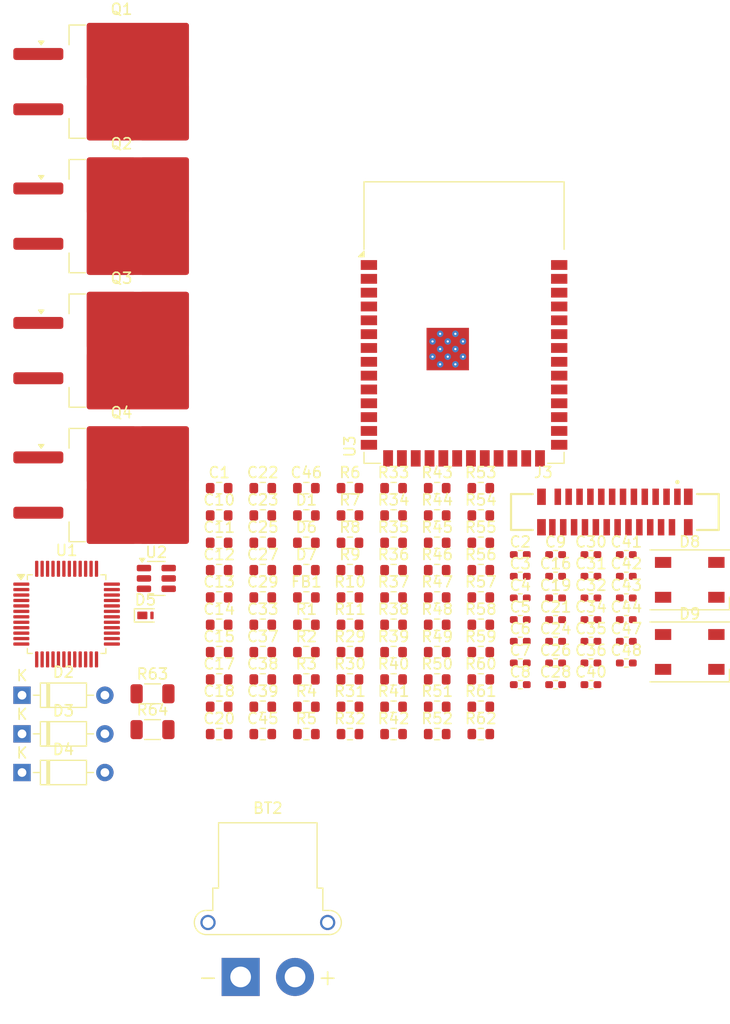
<source format=kicad_pcb>
(kicad_pcb (version 20240108) (generator "pcbnew") (generator_version "8.0")
  (layers (0 "F.Cu" signal) (1 "In1.Cu" signal) (2 "In2.Cu" signal) (31 "B.Cu" signal) (34 "B.Paste" user) (35 "F.Paste" user) (36 "B.SilkS" user "B.Silkscreen") (37 "F.SilkS" user "F.Silkscreen") (38 "B.Mask" user) (39 "F.Mask" user) (44 "Edge.Cuts" user))
  (net 0 "")
  (net 1 "/HSE_OUT")
  (net 2 "Net-(J4-Pin_2)")
  (net 3 "Net-(Q1-G)")
  (net 5 "/HSE_IN")
  (net 6 "/BATT_U")
  (net 8 "+3.3V")
  (net 12 "/CONTI_C1")
  (net 13 "/ALED_PWR")
  (net 15 "Net-(D8-DIN)")
  (net 17 "/IGN_1")
  (net 18 "/SPI_NSS")
  (net 19 "/STM_CS")
  (net 20 "+3.3VA")
  (net 22 "/SWDIO")
  (net 23 "/BOOT0")
  (net 26 "/USB_D-")
  (net 27 "Net-(D2-A)")
  (net 28 "/NRST")
  (net 30 "/USB_D+")
  (net 32 "/SPI_SCK")
  (net 33 "/SPI_MISO")
  (net 34 "Net-(D9-DIN)")
  (net 35 "/SWCLK")
  (net 36 "/SPI_MOSI")
  (net 38 "/IGN_2")
  (net 39 "/IGN_4")
  (net 40 "Net-(D3-A)")
  (net 41 "Net-(U2-BST)")
  (net 42 "/STM_MOSI")
  (net 43 "/STM_SCK")
  (net 44 "Net-(U2-SW)")
  (net 47 "Net-(J5-Pin_2)")
  (net 50 "Net-(Q2-G)")
  (net 53 "Net-(J6-Pin_2)")
  (net 57 "Net-(Q3-G)")
  (net 61 "Net-(J7-Pin_2)")
  (net 65 "Net-(Q4-G)")
  (net 68 "/CONTI_C2")
  (net 72 "/CONTI_C3")
  (net 75 "/CONTI_C4")
  (net 76 "/STM_ALED")
  (net 78 "/ESP_ALED")
  (net 81 "Net-(D4-A)")
  (net 82 "/5V_USB_RAW")
  (net 83 "AGND")
  (net 84 "/DVP_Y8")
  (net 85 "/DOVDD_2V8")
  (net 86 "/DVP_HREF")
  (net 87 "/DVP_Y6")
  (net 89 "/DVP_PCLK")
  (net 91 "/DVP_Y7")
  (net 93 "/DVDD_1V5")
  (net 95 "/CAM_RESET")
  (net 96 "/DVP_VSYNC")
  (net 97 "/AVDD_2V8")
  (net 98 "/CAM_PWDN")
  (net 100 "/DVP_Y2")
  (net 101 "/DVP_Y9")
  (net 102 "/DVP_Y3")
  (net 103 "/ESP_I2C_SCL")
  (net 105 "Net-(U3-IO3)")
  (net 106 "/DVP_Y5")
  (net 108 "/DVP_Y4")
  (net 109 "/STM_I2C_SCL")
  (net 110 "/STM_UART_RX")
  (net 111 "/STM_I2C_SDA")
  (net 112 "/PWR_MUX")
  (net 113 "/IGN_3")
  (net 115 "Net-(IC1-REGOUT)")
  (net 116 "Net-(U7-SS)")
  (net 117 "Net-(U9-VCC)")
  (net 118 "Net-(U10-IN)")
  (net 119 "Net-(U10-BYPASS)")
  (net 120 "/ULN_3V3")
  (net 121 "Net-(D1-A)")
  (net 122 "Net-(D6-A)")
  (net 123 "Net-(D7-K)")
  (net 124 "/BATT_OUT")
  (net 125 "/SW_BOOT0")
  (net 126 "Net-(FL1-I{slash}O+_OUT)")
  (net 127 "Net-(FL1-I{slash}O-_OUT)")
  (net 128 "Net-(J2-CC2)")
  (net 129 "Net-(J2-CC1)")
  (net 130 "/STM_UART_TX")
  (net 131 "/IO6")
  (net 132 "/IO15")
  (net 133 "Net-(U7-PR1)")
  (net 134 "Net-(U7-OV1)")
  (net 135 "Net-(U7-OV2)")
  (net 136 "Net-(U7-CP2)")
  (net 137 "Net-(U7-ILM)")
  (net 138 "Net-(U8-TIMEPULSE)")
  (net 139 "Net-(U8-RSVD_8)")
  (net 140 "Net-(L2-Pad1)")
  (net 141 "Net-(BT1-+)")
  (net 143 "Net-(BT2-+)")
  (footprint "Resistor_SMD:R_0402_1005Metric_Pad0.72x0.64mm_HandSolder" (layer "F.Cu") (at 176.965 137.955)
    (property "Reference" "C31" (at 0 -1.17 0) (layer "F.SilkS"))
    (property "Value" "10nF")
    (pad "1" smd roundrect (at -0.5975 0) (size 0.715 0.64) (layers "F.Cu" "F.Paste" "F.Mask") (net 83 "AGND"))
    (pad "2" smd roundrect (at 0.5975 0) (size 0.715 0.64) (layers "F.Cu" "F.Paste" "F.Mask") (net 8 "+3.3V"))
  )
  (footprint "Resistor_SMD:R_0402_1005Metric_Pad0.72x0.64mm_HandSolder" (layer "F.Cu") (at 173.715 147.905)
    (property "Reference" "C28" (at 0 -1.17 0) (layer "F.SilkS"))
    (property "Value" "0.1uF")
    (pad "1" smd roundrect (at -0.5975 0) (size 0.715 0.64) (layers "F.Cu" "F.Paste" "F.Mask") (net 8 "+3.3V"))
    (pad "2" smd roundrect (at 0.5975 0) (size 0.715 0.64) (layers "F.Cu" "F.Paste" "F.Mask") (net 83 "AGND"))
  )
  (footprint "Diode_THT:D_DO-35_SOD27_P7.62mm_Horizontal" (layer "F.Cu") (at 124.645 148.875)
    (property "Reference" "D2" (at 3.81 -2.12 0) (layer "F.SilkS"))
    (property "Value" "1N4148")
    (fp_text user "K" (at 0 -1.8 0) (layer "F.SilkS"))
    (pad "1" thru_hole rect (at 0 0) (size 1.6 1.6) (drill 0.8) (layers "*.Cu" "*.Mask") (net 19 "/STM_CS"))
    (pad "2" thru_hole oval (at 7.62 0) (size 1.6 1.6) (drill 0.8) (layers "*.Cu" "*.Mask") (net 27 "Net-(D2-A)"))
  )
  (footprint "Resistor_SMD:R_0402_1005Metric_Pad0.72x0.64mm_HandSolder" (layer "F.Cu") (at 176.965 145.915)
    (property "Reference" "C36" (at 0 -1.17 0) (layer "F.SilkS"))
    (property "Value" "100nF")
    (pad "1" smd roundrect (at -0.5975 0) (size 0.715 0.64) (layers "F.Cu" "F.Paste" "F.Mask") (net 8 "+3.3V"))
    (pad "2" smd roundrect (at 0.5975 0) (size 0.715 0.64) (layers "F.Cu" "F.Paste" "F.Mask") (net 83 "AGND"))
  )
  (footprint "Resistor_SMD:R_0603_1608Metric" (layer "F.Cu") (at 162.825 149.935)
    (property "Reference" "R51" (at 0 -1.43 0) (layer "F.SilkS"))
    (property "Value" "1k")
    (pad "1" smd roundrect (at -0.825 0) (size 0.8 0.95) (layers "F.Cu" "F.Paste" "F.Mask") (net 83 "AGND"))
    (pad "2" smd roundrect (at 0.825 0) (size 0.8 0.95) (layers "F.Cu" "F.Paste" "F.Mask") (net 12 "/CONTI_C1"))
  )
  (footprint "Resistor_SMD:R_0402_1005Metric_Pad0.72x0.64mm_HandSolder" (layer "F.Cu") (at 173.715 139.945)
    (property "Reference" "C19" (at 0 -1.17 0) (layer "F.SilkS"))
    (property "Value" "0.1uF")
    (pad "1" smd roundrect (at -0.5975 0) (size 0.715 0.64) (layers "F.Cu" "F.Paste" "F.Mask") (net 83 "AGND"))
    (pad "2" smd roundrect (at 0.5975 0) (size 0.715 0.64) (layers "F.Cu" "F.Paste" "F.Mask") (net 93 "/DVDD_1V5"))
  )
  (footprint "Resistor_SMD:R_0402_1005Metric_Pad0.72x0.64mm_HandSolder" (layer "F.Cu") (at 170.465 135.965)
    (property "Reference" "C2" (at 0 -1.17 0) (layer "F.SilkS"))
    (property "Value" "100nF")
    (pad "1" smd roundrect (at -0.5975 0) (size 0.715 0.64) (layers "F.Cu" "F.Paste" "F.Mask") (net 28 "/NRST"))
    (pad "2" smd roundrect (at 0.5975 0) (size 0.715 0.64) (layers "F.Cu" "F.Paste" "F.Mask") (net 83 "AGND"))
  )
  (footprint "Resistor_SMD:R_0603_1608Metric" (layer "F.Cu") (at 150.795 152.445)
    (property "Reference" "R5" (at 0 -1.43 0) (layer "F.SilkS"))
    (property "Value" "5.1k")
    (pad "1" smd roundrect (at -0.825 0) (size 0.8 0.95) (layers "F.Cu" "F.Paste" "F.Mask") (net 83 "AGND"))
    (pad "2" smd roundrect (at 0.825 0) (size 0.8 0.95) (layers "F.Cu" "F.Paste" "F.Mask") (net 129 "Net-(J2-CC1)"))
  )
  (footprint "Resistor_SMD:R_0603_1608Metric" (layer "F.Cu") (at 150.795 134.875)
    (property "Reference" "D6" (at 0 -1.43 0) (layer "F.SilkS"))
    (property "Value" "LED")
    (pad "1" smd roundrect (at -0.825 0) (size 0.8 0.95) (layers "F.Cu" "F.Paste" "F.Mask") (net 83 "AGND"))
    (pad "2" smd roundrect (at 0.825 0) (size 0.8 0.95) (layers "F.Cu" "F.Paste" "F.Mask") (net 122 "Net-(D6-A)"))
  )
  (footprint "Connector_AMASS:AMASS_XT30PW-F_1x02_P2.50mm_Horizontal" (layer "F.Cu") (at 144.75 174.75)
    (property "Reference" "BT2" (at 2.5 -15.5 0) (layer "F.SilkS"))
    (property "Value" "3S LiPo")
    (fp_text user "-" (at -3 0 0) (layer "F.SilkS") (effects (font (size 1.5 1.5))))
    (fp_text user "+" (at 8 0 0) (layer "F.SilkS") (effects (font (size 1.5 1.5))))
    (pad "" thru_hole circle (at -3 -5 90) (size 1.4 1.4) (drill 1) (layers "*.Cu" "*.Mask"))
    (pad "" thru_hole circle (at 8 -5) (size 1.4 1.4) (drill 1) (layers "*.Cu" "*.Mask"))
    (pad "1" thru_hole rect (at 0 0) (size 3.5 3.5) (drill 1.9) (layers "*.Cu" "*.Mask") (net 143 "Net-(BT2-+)"))
    (pad "2" thru_hole circle (at 5 0) (size 3.5 3.5) (drill 1.9) (layers "*.Cu" "*.Mask") (net 83 "AGND"))
  )
  (footprint "Resistor_SMD:R_0603_1608Metric" (layer "F.Cu") (at 154.805 134.875)
    (property "Reference" "R8" (at 0 -1.43 0) (layer "F.SilkS"))
    (property "Value" "1K")
    (pad "1" smd roundrect (at -0.825 0) (size 0.8 0.95) (layers "F.Cu" "F.Paste" "F.Mask") (net 121 "Net-(D1-A)"))
    (pad "2" smd roundrect (at 0.825 0) (size 0.8 0.95) (layers "F.Cu" "F.Paste" "F.Mask") (net 105 "Net-(U3-IO3)"))
  )
  (footprint "Resistor_SMD:R_0603_1608Metric" (layer "F.Cu") (at 150.795 132.365)
    (property "Reference" "D1" (at 0 -1.43 0) (layer "F.SilkS"))
    (property "Value" "LED")
    (pad "1" smd roundrect (at -0.825 0) (size 0.8 0.95) (layers "F.Cu" "F.Paste" "F.Mask") (net 83 "AGND"))
    (pad "2" smd roundrect (at 0.825 0) (size 0.8 0.95) (layers "F.Cu" "F.Paste" "F.Mask") (net 121 "Net-(D1-A)"))
  )
  (footprint "Resistor_SMD:R_0603_1608Metric" (layer "F.Cu") (at 142.775 144.915)
    (property "Reference" "C15" (at 0 -1.43 0) (layer "F.SilkS"))
    (property "Value" "22uF")
    (pad "1" smd roundrect (at -0.825 0) (size 0.8 0.95) (layers "F.Cu" "F.Paste" "F.Mask") (net 8 "+3.3V"))
    (pad "2" smd roundrect (at 0.825 0) (size 0.8 0.95) (layers "F.Cu" "F.Paste" "F.Mask") (net 83 "AGND"))
  )
  (footprint "LED_SMD:LED_SK6812_PLCC4_5.0x5.0mm_P3.2mm" (layer "F.Cu") (at 186.05 144.9)
    (property "Reference" "D9" (at 0 -3.5 0) (layer "F.SilkS"))
    (property "Value" "SK6812")
    (pad "1" smd rect (at 2.45 1.6) (size 1.5 1) (layers "F.Cu" "F.Paste" "F.Mask") (net 83 "AGND"))
    (pad "2" smd rect (at 2.45 -1.6) (size 1.5 1) (layers "F.Cu" "F.Paste" "F.Mask") (net 34 "Net-(D9-DIN)"))
    (pad "3" smd rect (at -2.45 -1.6) (size 1.5 1) (layers "F.Cu" "F.Paste" "F.Mask") (net 13 "/ALED_PWR"))
    (pad "4" smd rect (at -2.45 1.6) (size 1.5 1) (layers "F.Cu" "F.Paste" "F.Mask"))
  )
  (footprint "Resistor_SMD:R_0603_1608Metric" (layer "F.Cu") (at 154.805 137.385)
    (property "Reference" "R9" (at 0 -1.43 0) (layer "F.SilkS"))
    (property "Value" "10K")
    (pad "1" smd roundrect (at -0.825 0) (size 0.8 0.95) (layers "F.Cu" "F.Paste" "F.Mask") (net 85 "/DOVDD_2V8"))
    (pad "2" smd roundrect (at 0.825 0) (size 0.8 0.95) (layers "F.Cu" "F.Paste" "F.Mask") (net 95 "/CAM_RESET"))
  )
  (footprint "Resistor_SMD:R_0402_1005Metric_Pad0.72x0.64mm_HandSolder" (layer "F.Cu") (at 173.715 145.915)
    (property "Reference" "C26" (at 0 -1.17 0) (layer "F.SilkS"))
    (property "Value" "0.1uF")
    (pad "1" smd roundrect (at -0.5975 0) (size 0.715 0.64) (layers "F.Cu" "F.Paste" "F.Mask") (net 85 "/DOVDD_2V8"))
    (pad "2" smd roundrect (at 0.5975 0) (size 0.715 0.64) (layers "F.Cu" "F.Paste" "F.Mask") (net 83 "AGND"))
  )
  (footprint "Resistor_SMD:R_0603_1608Metric" (layer "F.Cu") (at 150.795 139.895)
    (property "Reference" "FB1" (at 0 -1.43 0) (layer "F.SilkS"))
    (property "Value" "120R")
    (pad "1" smd roundrect (at -0.825 0) (size 0.8 0.95) (layers "F.Cu" "F.Paste" "F.Mask") (net 20 "+3.3VA"))
    (pad "2" smd roundrect (at 0.825 0) (size 0.8 0.95) (layers "F.Cu" "F.Paste" "F.Mask") (net 8 "+3.3V"))
  )
  (footprint "Resistor_SMD:R_0402_1005Metric_Pad0.72x0.64mm_HandSolder" (layer "F.Cu") (at 170.465 137.955)
    (property "Reference" "C3" (at 0 -1.17 0) (layer "F.SilkS"))
    (property "Value" "10pF")
    (pad "1" smd roundrect (at -0.5975 0) (size 0.715 0.64) (layers "F.Cu" "F.Paste" "F.Mask") (net 5 "/HSE_IN"))
    (pad "2" smd roundrect (at 0.5975 0) (size 0.715 0.64) (layers "F.Cu" "F.Paste" "F.Mask") (net 83 "AGND"))
  )
  (footprint "Resistor_SMD:R_0603_1608Metric" (layer "F.Cu") (at 142.775 142.405)
    (property "Reference" "C14" (at 0 -1.43 0) (layer "F.SilkS"))
    (property "Value" "22uF")
    (pad "1" smd roundrect (at -0.825 0) (size 0.8 0.95) (layers "F.Cu" "F.Paste" "F.Mask") (net 8 "+3.3V"))
    (pad "2" smd roundrect (at 0.825 0) (size 0.8 0.95) (layers "F.Cu" "F.Paste" "F.Mask") (net 83 "AGND"))
  )
  (footprint "Resistor_SMD:R_0603_1608Metric" (layer "F.Cu") (at 146.785 144.915)
    (property "Reference" "C37" (at 0 -1.43 0) (layer "F.SilkS"))
    (property "Value" "2.2uF")
    (pad "1" smd roundrect (at -0.825 0) (size 0.8 0.95) (layers "F.Cu" "F.Paste" "F.Mask") (net 8 "+3.3V"))
    (pad "2" smd roundrect (at 0.825 0) (size 0.8 0.95) (layers "F.Cu" "F.Paste" "F.Mask") (net 83 "AGND"))
  )
  (footprint "Package_TO_SOT_SMD:TO-263-2" (layer "F.Cu") (at 133.795 117.225)
    (property "Reference" "Q3" (at 0 -6.65 0) (layer "F.SilkS"))
    (property "Value" "IRF530SPBF")
    (pad "1" smd roundrect (at -7.65 -2.54) (size 4.6 1.1) (layers "F.Cu" "F.Paste" "F.Mask") (roundrect_rratio 0.227273) (net 57 "Net-(Q3-G)"))
    (pad "2" smd roundrect (at -0.925 -2.775) (size 4.55 5.25) (layers "F.Cu" "F.Paste") (roundrect_rratio 0.054945) (net 53 "Net-(J6-Pin_2)"))
    (pad "2" smd roundrect (at -0.925 2.775) (size 4.55 5.25) (layers "F.Cu" "F.Paste") (roundrect_rratio 0.054945) (net 53 "Net-(J6-Pin_2)"))
    (pad "2" smd roundrect (at 1.5 0) (size 9.4 10.8) (layers "F.Cu" "F.Mask") (roundrect_rratio 0.026596) (net 53 "Net-(J6-Pin_2)"))
    (pad "2" smd roundrect (at 3.925 -2.775) (size 4.55 5.25) (layers "F.Cu" "F.Paste") (roundrect_rratio 0.054945) (net 53 "Net-(J6-Pin_2)"))
    (pad "2" smd roundrect (at 3.925 2.775) (size 4.55 5.25) (layers "F.Cu" "F.Paste") (roundrect_rratio 0.054945) (net 53 "Net-(J6-Pin_2)"))
    (pad "3" smd roundrect (at -7.65 2.54) (size 4.6 1.1) (layers "F.Cu" "F.Paste" "F.Mask") (roundrect_rratio 0.227273) (net 83 "AGND"))
  )
  (footprint "Package_TO_SOT_SMD:TSOT-23-6" (layer "F.Cu") (at 136.995 138.15)
    (property "Reference" "U2" (at 0 -2.4 0) (layer "F.SilkS"))
    (property "Value" "AP63203WU")
    (pad "1" smd roundrect (at -1.1375 -0.95) (size 1.325 0.6) (layers "F.Cu" "F.Paste" "F.Mask") (net 8 "+3.3V"))
    (pad "2" smd roundrect (at -1.1375 0) (size 1.325 0.6) (layers "F.Cu" "F.Paste" "F.Mask") (net 112 "/PWR_MUX"))
    (pad "3" smd roundrect (at -1.1375 0.95) (size 1.325 0.6) (layers "F.Cu" "F.Paste" "F.Mask") (net 112 "/PWR_MUX"))
    (pad "4" smd roundrect (at 1.1375 0.95) (size 1.325 0.6) (layers "F.Cu" "F.Paste" "F.Mask") (net 83 "AGND"))
    (pad "5" smd roundrect (at 1.1375 0) (size 1.325 0.6) (layers "F.Cu" "F.Paste" "F.Mask") (net 44 "Net-(U2-SW)"))
    (pad "6" smd roundrect (at 1.1375 -0.95) (size 1.325 0.6) (layers "F.Cu" "F.Paste" "F.Mask") (net 41 "Net-(U2-BST)"))
  )
  (footprint "LED_SMD:LED_SK6812_PLCC4_5.0x5.0mm_P3.2mm" (layer "F.Cu") (at 186.05 138.28)
    (property "Reference" "D8" (at 0 -3.5 0) (layer "F.SilkS"))
    (property "Value" "SK6812")
    (pad "1" smd rect (at 2.45 1.6) (size 1.5 1) (layers "F.Cu" "F.Paste" "F.Mask") (net 83 "AGND"))
    (pad "2" smd rect (at 2.45 -1.6) (size 1.5 1) (layers "F.Cu" "F.Paste" "F.Mask") (net 15 "Net-(D8-DIN)"))
    (pad "3" smd rect (at -2.45 -1.6) (size 1.5 1) (layers "F.Cu" "F.Paste" "F.Mask") (net 13 "/ALED_PWR"))
    (pad "4" smd rect (at -2.45 1.6) (size 1.5 1) (layers "F.Cu" "F.Paste" "F.Mask"))
  )
  (footprint "Resistor_SMD:R_0603_1608Metric" (layer "F.Cu") (at 154.805 152.445)
    (property "Reference" "R32" (at 0 -1.43 0) (layer "F.SilkS"))
    (property "Value" "10K")
    (pad "1" smd roundrect (at -0.825 0) (size 0.8 0.95) (layers "F.Cu" "F.Paste" "F.Mask") (net 40 "Net-(D3-A)"))
    (pad "2" smd roundrect (at 0.825 0) (size 0.8 0.95) (layers "F.Cu" "F.Paste" "F.Mask") (net 8 "+3.3V"))
  )
  (footprint "Resistor_SMD:R_0603_1608Metric" (layer "F.Cu") (at 162.825 144.915)
    (property "Reference" "R49" (at 0 -1.43 0) (layer "F.SilkS"))
    (property "Value" "1k")
    (pad "1" smd roundrect (at -0.825 0) (size 0.8 0.95) (layers "F.Cu" "F.Paste" "F.Mask") (net 83 "AGND"))
    (pad "2" smd roundrect (at 0.825 0) (size 0.8 0.95) (layers "F.Cu" "F.Paste" "F.Mask") (net 68 "/CONTI_C2"))
  )
  (footprint "Resistor_SMD:R_0402_1005Metric_Pad0.72x0.64mm_HandSolder" (layer "F.Cu") (at 176.965 147.905)
    (property "Reference" "C40" (at 0 -1.17 0) (layer "F.SilkS"))
    (property "Value" "0.1uF")
    (pad "1" smd roundrect (at -0.5975 0) (size 0.715 0.64) (layers "F.Cu" "F.Paste" "F.Mask") (net 83 "AGND"))
    (pad "2" smd roundrect (at 0.5975 0) (size 0.715 0.64) (layers "F.Cu" "F.Paste" "F.Mask") (net 117 "Net-(U9-VCC)"))
  )
  (footprint "Resistor_SMD:R_1206_3216Metric" (layer "F.Cu") (at 136.645 148.745)
    (property "Reference" "R63" (at 0 -1.82 0) (layer "F.SilkS"))
    (property "Value" "470R")
    (pad "1" smd roundrect (at -1.4625 0) (size 1.125 1.75) (layers "F.Cu" "F.Paste" "F.Mask") (roundrect_rratio 0.222222) (net 76 "/STM_ALED"))
    (pad "2" smd roundrect (at 1.4625 0) (size 1.125 1.75) (layers "F.Cu" "F.Paste" "F.Mask") (roundrect_rratio 0.222222) (net 15 "Net-(D8-DIN)"))
  )
  (footprint "Resistor_SMD:R_0603_1608Metric" (layer "F.Cu") (at 166.835 129.855)
    (property "Reference" "R53" (at 0 -1.43 0) (layer "F.SilkS"))
    (property "Value" "10k")
    (pad "1" smd roundrect (at -0.825 0) (size 0.8 0.95) (layers "F.Cu" "F.Paste" "F.Mask") (net 83 "AGND"))
    (pad "2" smd roundrect (at 0.825 0) (size 0.8 0.95) (layers "F.Cu" "F.Paste" "F.Mask") (net 50 "Net-(Q2-G)"))
  )
  (footprint "Resistor_SMD:R_0402_1005Metric_Pad0.72x0.64mm_HandSolder" (layer "F.Cu") (at 176.965 143.925)
    (property "Reference" "C35" (at 0 -1.17 0) (layer "F.SilkS"))
    (property "Value" "100nF")
    (pad "1" smd roundrect (at -0.5975 0) (size 0.715 0.64) (layers "F.Cu" "F.Paste" "F.Mask") (net 83 "AGND"))
    (pad "2" smd roundrect (at 0.5975 0) (size 0.715 0.64) (layers "F.Cu" "F.Paste" "F.Mask") (net 8 "+3.3V"))
  )
  (footprint "Resistor_SMD:R_0402_1005Metric_Pad0.72x0.64mm_HandSolder" (layer "F.Cu") (at 170.465 143.925)
    (property "Reference" "C6" (at 0 -1.17 0) (layer "F.SilkS"))
    (property "Value" "100nF")
    (pad "1" smd roundrect (at -0.5975 0) (size 0.715 0.64) (layers "F.Cu" "F.Paste" "F.Mask") (net 8 "+3.3V"))
    (pad "2" smd roundrect (at 0.5975 0) (size 0.715 0.64) (layers "F.Cu" "F.Paste" "F.Mask") (net 83 "AGND"))
  )
  (footprint "Resistor_SMD:R_0603_1608Metric" (layer "F.Cu") (at 150.795 129.855)
    (property "Reference" "C46" (at 0 -1.43 0) (layer "F.SilkS"))
    (property "Value" "4.7uF")
    (pad "1" smd roundrect (at -0.825 0) (size 0.8 0.95) (layers "F.Cu" "F.Paste" "F.Mask") (net 83 "AGND"))
    (pad "2" smd roundrect (at 0.825 0) (size 0.8 0.95) (layers "F.Cu" "F.Paste" "F.Mask") (net 120 "/ULN_3V3"))
  )
  (footprint "Diode_THT:D_DO-35_SOD27_P7.62mm_Horizontal" (layer "F.Cu") (at 124.645 152.425)
    (property "Reference" "D3" (at 3.81 -2.12 0) (layer "F.SilkS"))
    (property "Value" "1N4148")
    (fp_text user "K" (at 0 -1.8 0) (layer "F.SilkS"))
    (pad "1" thru_hole rect (at 0 0) (size 1.6 1.6) (drill 0.8) (layers "*.Cu" "*.Mask") (net 42 "/STM_MOSI"))
    (pad "2" thru_hole oval (at 7.62 0) (size 1.6 1.6) (drill 0.8) (layers "*.Cu" "*.Mask") (net 40 "Net-(D3-A)"))
  )
  (footprint "Resistor_SMD:R_0603_1608Metric" (layer "F.Cu") (at 142.775 129.855)
    (property "Reference" "C1" (at 0 -1.43 0) (layer "F.SilkS"))
    (property "Value" "10uF")
    (pad "1" smd roundrect (at -0.825 0) (size 0.8 0.95) (layers "F.Cu" "F.Paste" "F.Mask") (net 8 "+3.3V"))
    (pad "2" smd roundrect (at 0.825 0) (size 0.8 0.95) (layers "F.Cu" "F.Paste" "F.Mask") (net 83 "AGND"))
  )
  (footprint "Resistor_SMD:R_0603_1608Metric" (layer "F.Cu") (at 146.785 132.365)
    (property "Reference" "C23" (at 0 -1.43 0) (layer "F.SilkS"))
    (property "Value" "10uF")
    (pad "1" smd roundrect (at -0.825 0) (size 0.8 0.95) (layers "F.Cu" "F.Paste" "F.Mask") (net 83 "AGND"))
    (pad "2" smd roundrect (at 0.825 0) (size 0.8 0.95) (layers "F.Cu" "F.Paste" "F.Mask") (net 8 "+3.3V"))
  )
  (footprint "Resistor_SMD:R_0402_1005Metric_Pad0.72x0.64mm_HandSolder" (layer "F.Cu") (at 180.215 143.925)
    (property "Reference" "C47" (at 0 -1.17 0) (layer "F.SilkS"))
    (property "Value" "0.1uF")
    (pad "1" smd roundrect (at -0.5975 0) (size 0.715 0.64) (layers "F.Cu" "F.Paste" "F.Mask") (net 83 "AGND"))
    (pad "2" smd roundrect (at 0.5975 0) (size 0.715 0.64) (layers "F.Cu" "F.Paste" "F.Mask") (net 112 "/PWR_MUX"))
  )
  (footprint "Resistor_SMD:R_0402_1005Metric_Pad0.72x0.64mm_HandSolder" (layer "F.Cu") (at 173.715 137.955)
    (property "Reference" "C16" (at 0 -1.17 0) (layer "F.SilkS"))
    (property "Value" "0.1uF")
    (pad "1" smd roundrect (at -0.5975 0) (size 0.715 0.64) (layers "F.Cu" "F.Paste" "F.Mask") (net 83 "AGND"))
    (pad "2" smd roundrect (at 0.5975 0) (size 0.715 0.64) (layers "F.Cu" "F.Paste" "F.Mask") (net 8 "+3.3V"))
  )
  (footprint "Resistor_SMD:R_0402_1005Metric_Pad0.72x0.64mm_HandSolder" (layer "F.Cu") (at 170.465 147.905)
    (property "Reference" "C8" (at 0 -1.17 0) (layer "F.SilkS"))
    (property "Value" "100nF")
    (pad "1" smd roundrect (at -0.5975 0) (size 0.715 0.64) (layers "F.Cu" "F.Paste" "F.Mask") (net 8 "+3.3V"))
    (pad "2" smd roundrect (at 0.5975 0) (size 0.715 0.64) (layers "F.Cu" "F.Paste" "F.Mask") (net 83 "AGND"))
  )
  (footprint "Resistor_SMD:R_1206_3216Metric" (layer "F.Cu") (at 136.645 152.035)
    (property "Reference" "R64" (at 0 -1.82 0) (layer "F.SilkS"))
    (property "Value" "470R")
    (pad "1" smd roundrect (at -1.4625 0) (size 1.125 1.75) (layers "F.Cu" "F.Paste" "F.Mask") (roundrect_rratio 0.222222) (net 78 "/ESP_ALED"))
    (pad "2" smd roundrect (at 1.4625 0) (size 1.125 1.75) (layers "F.Cu" "F.Paste" "F.Mask") (roundrect_rratio 0.222222) (net 34 "Net-(D9-DIN)"))
  )
  (footprint "Resistor_SMD:R_0603_1608Metric" (layer "F.Cu") (at 166.835 149.935)
    (property "Reference" "R61" (at 0 -1.43 0) (layer "F.SilkS"))
    (property "Value" "3.44k")
    (pad "1" smd roundrect (at -0.825 0) (size 0.8 0.95) (layers "F.Cu" "F.Paste" "F.Mask") (net 72 "/CONTI_C3"))
    (pad "2" smd roundrect (at 0.825 0) (size 0.8 0.95) (layers "F.Cu" "F.Paste" "F.Mask") (net 53 "Net-(J6-Pin_2)"))
  )
  (footprint "Resistor_SMD:R_0603_1608Metric" (layer "F.Cu") (at 154.805 147.425)
    (property "Reference" "R30" (at 0 -1.43 0) (layer "F.SilkS"))
    (property "Value" "10K")
    (pad "1" smd roundrect (at -0.825 0) (size 0.8 0.95) (layers "F.Cu" "F.Paste" "F.Mask") (net 111 "/STM_I2C_SDA"))
    (pad "2" smd roundrect (at 0.825 0) (size 0.8 0.95) (layers "F.Cu" "F.Paste" "F.Mask") (net 8 "+3.3V"))
  )
  (footprint "Resistor_SMD:R_0603_1608Metric" (layer "F.Cu") (at 166.835 137.385)
    (property "Reference" "R56" (at 0 -1.43 0) (layer "F.SilkS"))
    (property "Value" "1k")
    (pad "1" smd roundrect (at -0.825 0) (size 0.8 0.95) (layers "F.Cu" "F.Paste" "F.Mask") (net 83 "AGND"))
    (pad "2" smd roundrect (at 0.825 0) (size 0.8 0.95) (layers "F.Cu" "F.Paste" "F.Mask") (net 75 "/CONTI_C4"))
  )
  (footprint "Resistor_SMD:R_0603_1608Metric" (layer "F.Cu") (at 150.795 137.385)
    (property "Reference" "D7" (at 0 -1.43 0) (layer "F.SilkS"))
    (property "Value" "D")
    (pad "1" smd roundrect (at -0.825 0) (size 0.8 0.95) (layers "F.Cu" "F.Paste" "F.Mask") (net 123 "Net-(D7-K)"))
    (pad "2" smd roundrect (at 0.825 0) (size 0.8 0.95) (layers "F.Cu" "F.Paste" "F.Mask") (net 120 "/ULN_3V3"))
  )
  (footprint "Resistor_SMD:R_0603_1608Metric" (layer "F.Cu") (at 166.835 142.405)
    (property "Reference" "R58" (at 0 -1.43 0) (layer "F.SilkS"))
    (property "Value" "1k")
    (pad "1" smd roundrect (at -0.825 0) (size 0.8 0.95) (layers "F.Cu" "F.Paste" "F.Mask") (net 39 "/IGN_4"))
    (pad "2" smd roundrect (at 0.825 0) (size 0.8 0.95) (layers "F.Cu" "F.Paste" "F.Mask") (net 65 "Net-(Q4-G)"))
  )
  (footprint "Resistor_SMD:R_0402_1005Metric_Pad0.72x0.64mm_HandSolder" (layer "F.Cu") (at 180.215 141.935)
    (property "Reference" "C44" (at 0 -1.17 0) (layer "F.SilkS"))
    (property "Value" "0.1uF")
    (pad "1" smd roundrect (at -0.5975 0) (size 0.715 0.64) (layers "F.Cu" "F.Paste" "F.Mask") (net 83 "AGND"))
    (pad "2" smd roundrect (at 0.5975 0) (size 0.715 0.64) (layers "F.Cu" "F.Paste" "F.Mask") (net 119 "Net-(U10-BYPASS)"))
  )
  (footprint "Resistor_SMD:R_0603_1608Metric" (layer "F.Cu") (at 146.785 134.875)
    (property "Reference" "C25" (at 0 -1.43 0) (layer "F.SilkS"))
    (property "Value" "10uF")
    (pad "1" smd roundrect (at -0.825 0) (size 0.8 0.95) (layers "F.Cu" "F.Paste" "F.Mask") (net 83 "AGND"))
    (pad "2" smd roundrect (at 0.825 0) (size 0.8 0.95) (layers "F.Cu" "F.Paste" "F.Mask") (net 85 "/DOVDD_2V8"))
  )
  (footprint "Resistor_SMD:R_0603_1608Metric" (layer "F.Cu") (at 158.815 134.875)
    (property "Reference" "R35" (at 0 -1.43 0) (layer "F.SilkS"))
    (property "Value" "5k")
    (pad "1" smd roundrect (at -0.825 0) (size 0.8 0.95) (layers "F.Cu" "F.Paste" "F.Mask") (net 83 "AGND"))
    (pad "2" smd roundrect (at 0.825 0) (size 0.8 0.95) (layers "F.Cu" "F.Paste" "F.Mask") (net 133 "Net-(U7-PR1)"))
  )
  (footprint "Resistor_SMD:R_0603_1608Metric" (layer "F.Cu") (at 158.815 137.385)
    (property "Reference" "R36" (at 0 -1.43 0) (layer "F.SilkS"))
    (property "Value" "64.4k")
    (pad "1" smd roundrect (at -0.825 0) (size 0.8 0.95) (layers "F.Cu" "F.Paste" "F.Mask") (net 134 "Net-(U7-OV1)"))
    (pad "2" smd roundrect (at 0.825 0) (size 0.8 0.95) (layers "F.Cu" "F.Paste" "F.Mask") (net 124 "/BATT_OUT"))
  )
  (footprint "Resistor_SMD:R_0603_1608Metric" (layer "F.Cu") (at 162.825 132.365)
    (property "Reference" "R44" (at 0 -1.43 0) (layer "F.SilkS"))
    (property "Value" "22R")
    (pad "1" smd roundrect (at -0.825 0) (size 0.8 0.95) (layers "F.Cu" "F.Paste" "F.Mask") (net 139 "Net-(U8-RSVD_8)"))
    (pad "2" smd roundrect (at 0.825 0) (size 0.8 0.95) (layers "F.Cu" "F.Paste" "F.Mask") (net 140 "Net-(L2-Pad1)"))
  )
  (footprint "Resistor_SMD:R_0603_1608Metric" (layer "F.Cu") (at 154.805 139.895)
    (property "Reference" "R10" (at 0 -1.43 0) (layer "F.SilkS"))
    (property "Value" "10K")
    (pad "1" smd roundrect (at -0.825 0) (size 0.8 0.95) (layers "F.Cu" "F.Paste" "F.Mask") (net 98 "/CAM_PWDN"))
    (pad "2" smd roundrect (at 0.825 0) (size 0.8 0.95) (layers "F.Cu" "F.Paste" "F.Mask") (net 83 "AGND"))
  )
  (footprint "Resistor_SMD:R_0603_1608Metric" (layer "F.Cu") (at 158.815 132.365)
    (property "Reference" "R34" (at 0 -1.43 0) (layer "F.SilkS"))
    (property "Value" "18.2k")
    (pad "1" smd roundrect (at -0.825 0) (size 0.8 0.95) (layers "F.Cu" "F.Paste" "F.Mask") (net 133 "Net-(U7-PR1)"))
    (pad "2" smd roundrect (at 0.825 0) (size 0.8 0.95) (layers "F.Cu" "F.Paste" "F.Mask") (net 124 "/BATT_OUT"))
  )
  (footprint "Package_TO_SOT_SMD:TO-263-2" (layer "F.Cu") (at 133.795 92.525)
    (property "Reference" "Q1" (at 0 -6.65 0) (layer "F.SilkS"))
    (property "Value" "IRF530SPBF")
    (pad "1" smd roundrect (at -7.65 -2.54) (size 4.6 1.1) (layers "F.Cu" "F.Paste" "F.Mask") (roundrect_rratio 0.227273) (net 3 "Net-(Q1-G)"))
    (pad "2" smd roundrect (at -0.925 -2.775) (size 4.55 5.25) (layers "F.Cu" "F.Paste") (roundrect_rratio 0.054945) (net 2 "Net-(J4-Pin_2)"))
    (pad "2" smd roundrect (at -0.925 2.775) (size 4.55 5.25) (layers "F.Cu" "F.Paste") (roundrect_rratio 0.054945) (net 2 "Net-(J4-Pin_2)"))
    (pad "2" smd roundrect (at 1.5 0) (size 9.4 10.8) (layers "F.Cu" "F.Mask") (roundrect_rratio 0.026596) (net 2 "Net-(J4-Pin_2)"))
    (pad "2" smd roundrect (at 3.925 -2.775) (size 4.55 5.25) (layers "F.Cu" "F.Paste") (roundrect_rratio 0.054945) (net 2 "Net-(J4-Pin_2)"))
    (pad "2" smd roundrect (at 3.925 2.775) (size 4.55 5.25) (layers "F.Cu" "F.Paste") (roundrect_rratio 0.054945) (net 2 "Net-(J4-Pin_2)"))
    (pad "3" smd roundrect (at -7.65 2.54) (size 4.6 1.1) (layers "F.Cu" "F.Paste" "F.Mask") (roundrect_rratio 0.227273) (net 83 "AGND"))
  )
  (footprint "Resistor_SMD:R_0603_1608Metric" (layer "F.Cu") (at 158.815 129.855)
    (property "Reference" "R33" (at 0 -1.43 0) (layer "F.SilkS"))
    (property "Value" "10K")
    (pad "1" smd roundrect (at -0.825 0) (size 0.8 0.95) (layers "F.Cu" "F.Paste" "F.Mask") (net 81 "Net-(D4-A)"))
    (pad "2" smd roundrect (at 0.825 0) (size 0.8 0.95) (layers "F.Cu" "F.Paste" "F.Mask") (net 8 "+3.3V"))
  )
  (footprint "Resistor_SMD:R_0402_1005Metric_Pad0.72x0.64mm_HandSolder" (layer "F.Cu") (at 180.215 135.965)
    (property "Reference" "C41" (at 0 -1.17 0) (layer "F.SilkS"))
    (property "Value" "0.1uF")
    (pad "1" smd roundrect (at -0.5975 0) (size 0.715 0.64) (layers "F.Cu" "F.Paste" "F.Mask") (net 83 "AGND"))
    (pad "2" smd roundrect (at 0.5975 0) (size 0.715 0.64) (layers "F.Cu" "F.Paste" "F.Mask") (net 112 "/PWR_MUX"))
  )
  (footprint "Resistor_SMD:R_0402_1005Metric_Pad0.72x0.64mm_HandSolder" (layer "F.Cu") (at 173.715 141.935)
    (property "Reference" "C21" (at 0 -1.17 0) (layer "F.SilkS"))
    (property "Value" "0.1uF")
    (pad "1" smd roundrect (at -0.5975 0) (size 0.715 0.64) (layers "F.Cu" "F.Paste" "F.Mask") (net 83 "AGND"))
    (pad "2" smd roundrect (at 0.5975 0) (size 0.715 0.64) (layers "F.Cu" "F.Paste" "F.Mask") (net 85 "/DOVDD_2V8"))
  )
  (footprint "Resistor_SMD:R_0402_1005Metric_Pad0.72x0.64mm_HandSolder" (layer "F.Cu") (at 180.215 137.955)
    (property "Reference" "C42" (at 0 -1.17 0) (layer "F.SilkS"))
    (property "Value" "0.47uF")
    (pad "1" smd roundrect (at -0.5975 0) (size 0.715 0.64) (layers "F.Cu" "F.Paste" "F.Mask") (net 83 "AGND"))
    (pad "2" smd roundrect (at 0.5975 0) (size 0.715 0.64) (layers "F.Cu" "F.Paste" "F.Mask") (net 118 "Net-(U10-IN)"))
  )
  (footprint "Resistor_SMD:R_0603_1608Metric" (layer "F.Cu") (at 150.795 149.935)
    (property "Reference" "R4" (at 0 -1.43 0) (layer "F.SilkS"))
    (property "Value" "5.1k")
    (pad "1" smd roundrect (at -0.825 0) (size 0.8 0.95) (layers "F.Cu" "F.Paste" "F.Mask") (net 83 "AGND"))
    (pad "2" smd roundrect (at 0.825 0) (size 0.8 0.95) (layers "F.Cu" "F.Paste" "F.Mask") (net 128 "Net-(J2-CC2)"))
  )
  (footprint "Resistor_SMD:R_0603_1608Metric" (layer "F.Cu") (at 146.785 149.935)
    (property "Reference" "C39" (at 0 -1.43 0) (layer "F.SilkS"))
    (property "Value" "1uF")
    (pad "1" smd roundrect (at -0.825 0) (size 0.8 0.95) (layers "F.Cu" "F.Paste" "F.Mask") (net 116 "Net-(U7-SS)"))
    (pad "2" smd roundrect (at 0.825 0) (size 0.8 0.95) (layers "F.Cu" "F.Paste" "F.Mask") (net 83 "AGND"))
  )
  (footprint "Resistor_SMD:R_0402_1005Metric_Pad0.72x0.64mm_HandSolder" (layer "F.Cu") (at 176.965 135.965)
    (property "Reference" "C30" (at 0 -1.17 0) (layer "F.SilkS"))
    (property "Value" "0.1uF")
    (pad "1" smd roundrect (at -0.5975 0) (size 0.715 0.64) (layers "F.Cu" "F.Paste" "F.Mask") (net 93 "/DVDD_1V5"))
    (pad "2" smd roundrect (at 0.5975 0) (size 0.715 0.64) (layers "F.Cu" "F.Paste" "F.Mask") (net 83 "AGND"))
  )
  (footprint "Resistor_SMD:R_0603_1608Metric" (layer "F.Cu") (at 162.825 137.385)
    (property "Reference" "R46" (at 0 -1.43 0) (layer "F.SilkS"))
    (property "Value" "1k")
    (pad "1" smd roundrect (at -0.825 0) (size 0.8 0.95) (layers "F.Cu" "F.Paste" "F.Mask") (net 17 "/IGN_1"))
    (pad "2" smd roundrect (at 0.825 0) (size 0.8 0.95) (layers "F.Cu" "F.Paste" "F.Mask") (net 3 "Net-(Q1-G)"))
  )
  (footprint "Resistor_SMD:R_0603_1608Metric" (layer "F.Cu") (at 142.775 149.935)
    (property "Reference" "C18" (at 0 -1.43 0) (layer "F.SilkS"))
    (property "Value" "4.7uF")
    (pad "1" smd roundrect (at -0.825 0) (size 0.8 0.95) (layers "F.Cu" "F.Paste" "F.Mask") (net 83 "AGND"))
    (pad "2" smd roundrect (at 0.825 0) (size 0.8 0.95) (layers "F.Cu" "F.Paste" "F.Mask") (net 93 "/DVDD_1V5"))
  )
  (footprint "Resistor_SMD:R_0603_1608Metric" (layer "F.Cu") (at 158.815 139.895)
    (property "Reference" "R37" (at 0 -1.43 0) (layer "F.SilkS"))
    (property "Value" "5k")
    (pad "1" smd roundrect (at -0.825 0) (size 0.8 0.95) (layers "F.Cu" "F.Paste" "F.Mask") (net 134 "Net-(U7-OV1)"))
    (pad "2" smd roundrect (at 0.825 0) (size 0.8 0.95) (layers "F.Cu" "F.Paste" "F.Mask") (net 83 "AGND"))
  )
  (footprint "Resistor_SMD:R_0603_1608Metric" (layer "F.Cu") (at 162.825 142.405)
    (property "Reference" "R48" (at 0 -1.43 0) (layer "F.SilkS"))
    (property "Value" "1.5k")
    (pad "1" smd roundrect (at -0.825 0) (size 0.8 0.95) (layers "F.Cu" "F.Paste" "F.Mask") (net 126 "Net-(FL1-I{slash}O+_OUT)"))
    (pad "2" smd roundrect (at 0.825 0) (size 0.8 0.95) (layers "F.Cu" "F.Paste" "F.Mask") (net 120 "/ULN_3V3"))
  )
  (footprint "Resistor_SMD:R_0603_1608Metric" (layer "F.Cu") (at 166.835 144.915)
    (property "Reference" "R59" (at 0 -1.43 0) (layer "F.SilkS"))
    (property "Value" "10k")
    (pad "1" smd roundrect (at -0.825 0) (size 0.8 0.95) (layers "F.Cu" "F.Paste" "F.Mask") (net 83 "AGND"))
    (pad "2" smd roundrect (at 0.825 0) (size 0.8 0.95) (layers "F.Cu" "F.Paste" "F.Mask") (net 57 "Net-(Q3-G)"))
  )
  (footprint "Resistor_SMD:R_0603_1608Metric" (layer "F.Cu") (at 150.795 142.405)
    (property "Reference" "R1" (at 0 -1.43 0) (layer "F.SilkS"))
    (property "Value" "10K")
    (pad "1" smd roundrect (at -0.825 0) (size 0.8 0.95) (layers "F.Cu" "F.Paste" "F.Mask") (net 125 "/SW_BOOT0"))
    (pad "2" smd roundrect (at 0.825 0) (size 0.8 0.95) (layers "F.Cu" "F.Paste" "F.Mask") (net 23 "/BOOT0"))
  )
  (footprint "Resistor_SMD:R_0603_1608Metric" (layer "F.Cu") (at 166.835 152.445)
    (property "Reference" "R62" (at 0 -1.43 0) (layer "F.SilkS"))
    (property "Value" "3.44k")
    (pad "1" smd roundrect (at -0.825 0) (size 0.8 0.95) (layers "F.Cu" "F.Paste" "F.Mask") (net 75 "/CONTI_C4"))
    (pad "2" smd roundrect (at 0.825 0) (size 0.8 0.95) (layers "F.Cu" "F.Paste" "F.Mask") (net 61 "Net-(J7-Pin_2)"))
  )
  (footprint "Resistor_SMD:R_0603_1608Metric" (layer "F.Cu") (at 166.835 134.875)
    (property "Reference" "R55" (at 0 -1.43 0) (layer "F.SilkS"))
    (property "Value" "1k")
    (pad "1" smd roundrect (at -0.825 0) (size 0.8 0.95) (layers "F.Cu" "F.Paste" "F.Mask") (net 83 "AGND"))
    (pad "2" smd roundrect (at 0.825 0) (size 0.8 0.95) (layers "F.Cu" "F.Paste" "F.Mask") (net 72 "/CONTI_C3"))
  )
  (footprint "Resistor_SMD:R_0603_1608Metric" (layer "F.Cu") (at 142.775 134.875)
    (property "Reference" "C11" (at 0 -1.43 0) (layer "F.SilkS"))
    (property "Value" "1uF")
    (pad "1" smd roundrect (at -0.825 0) (size 0.8 0.95) (layers "F.Cu" "F.Paste" "F.Mask") (net 8 "+3.3V"))
    (pad "2" smd roundrect (at 0.825 0) (size 0.8 0.95) (layers "F.Cu" "F.Paste" "F.Mask") (net 83 "AGND"))
  )
  (footprint "Resistor_SMD:R_0402_1005Metric_Pad0.72x0.64mm_HandSolder" (layer "F.Cu") (at 170.465 139.945)
    (property "Reference" "C4" (at 0 -1.17 0) (layer "F.SilkS"))
    (property "Value" "100nF")
    (pad "1" smd roundrect (at -0.5975 0) (size 0.715 0.64) (layers "F.Cu" "F.Paste" "F.Mask") (net 8 "+3.3V"))
    (pad "2" smd roundrect (at 0.5975 0) (size 0.715 0.64) (layers "F.Cu" "F.Paste" "F.Mask") (net 83 "AGND"))
  )
  (footprint "Resistor_SMD:R_0603_1608Metric" (layer "F.Cu") (at 158.815 147.425)
    (property "Reference" "R40" (at 0 -1.43 0) (layer "F.SilkS"))
    (property "Value" "10.2k")
    (pad "1" smd roundrect (at -0.825 0) (size 0.8 0.95) (layers "F.Cu" "F.Paste" "F.Mask") (net 136 "Net-(U7-CP2)"))
    (pad "2" smd roundrect (at 0.825 0) (size 0.8 0.95) (layers "F.Cu" "F.Paste" "F.Mask") (net 82 "/5V_USB_RAW"))
  )
  (footprint "Resistor_SMD:R_0603_1608Metric" (layer "F.Cu") (at 146.785 142.405)
    (property "Reference" "C33" (at 0 -1.43 0) (layer "F.SilkS"))
    (property "Value" "2.2uF")
    (pad "1" smd roundrect (at -0.825 0) (size 0.8 0.95) (layers "F.Cu" "F.Paste" "F.Mask") (net 83 "AGND"))
    (pad "2" smd roundrect (at 0.825 0) (size 0.8 0.95) (layers "F.Cu" "F.Paste" "F.Mask") (net 8 "+3.3V"))
  )
  (footprint "Resistor_SMD:R_0603_1608Metric" (layer "F.Cu") (at 162.825 134.875)
    (property "Reference" "R45" (at 0 -1.43 0) (layer "F.SilkS"))
    (property "Value" "1k")
    (pad "1" smd roundrect (at -0.825 0) (size 0.8 0.95) (layers "F.Cu" "F.Paste" "F.Mask") (net 141 "Net-(BT1-+)"))
    (pad "2" smd roundrect (at 0.825 0) (size 0.8 0.95) (layers "F.Cu" "F.Paste" "F.Mask") (net 123 "Net-(D7-K)"))
  )
  (footprint "Resistor_SMD:R_0402_1005Metric_Pad0.72x0.64mm_HandSolder" (layer "F.Cu") (at 170.465 141.935)
    (property "Reference" "C5" (at 0 -1.17 0) (layer "F.SilkS"))
    (property "Value" "10pF")
    (pad "1" smd roundrect (at -0.5975 0) (size 0.715 0.64) (layers "F.Cu" "F.Paste" "F.Mask") (net 1 "/HSE_OUT"))
    (pad "2" smd roundrect (at 0.5975 0) (size 0.715 0.64) (layers "F.Cu" "F.Paste" "F.Mask") (net 83 "AGND"))
  )
  (footprint "Resistor_SMD:R_0603_1608Metric" (layer "F.Cu") (at 150.795 144.915)
    (property "Reference" "R2" (at 0 -1.43 0) (layer "F.SilkS"))
    (property "Value" "22R")
    (pad "1" smd roundrect (at -0.825 0) (size 0.8 0.95) (layers "F.Cu" "F.Paste" "F.Mask") (net 126 "Net-(FL1-I{slash}O+_OUT)"))
    (pad "2" smd roundrect (at 0.825 0) (size 0.8 0.95) (layers "F.Cu" "F.Paste" "F.Mask") (net 30 "/USB_D+"))
  )
  (footprint "Resistor_SMD:R_0603_1608Metric" (layer "F.Cu") (at 142.775 147.425)
    (property "Reference" "C17" (at 0 -1.43 0) (layer "F.SilkS"))
    (property "Value" "10uF")
    (pad "1" smd roundrect (at -0.825 0) (size 0.8 0.95) (layers "F.Cu" "F.Paste" "F.Mask") (net 83 "AGND"))
    (pad "2" smd roundrect (at 0.825 0) (size 0.8 0.95) (layers "F.Cu" "F.Paste" "F.Mask") (net 8 "+3.3V"))
  )
  (footprint "Resistor_SMD:R_0402_1005Metric_Pad0.72x0.64mm_HandSolder" (layer "F.Cu") (at 180.215 145.915)
    (property "Reference" "C48" (at 0 -1.17 0) (layer "F.SilkS"))
    (property "Value" "0.47uF")
    (pad "1" smd roundrect (at -0.5975 0) (size 0.715 0.64) (layers "F.Cu" "F.Paste" "F.Mask") (net 83 "AGND"))
    (pad "2" smd roundrect (at 0.5975 0) (size 0.715 0.64) (layers "F.Cu" "F.Paste" "F.Mask") (net 13 "/ALED_PWR"))
  )
  (footprint "RF_Module:ESP32-S3-WROOM-1" (layer "F.Cu") (at 165.295 114.625)
    (property "Reference" "U3" (at -10.5 11.4 90) (layer "F.SilkS"))
    (property "Value" "ESP32-S3-WROOM-1")
    (pad "1" smd rect (at -8.75 -5.26) (size 1.5 0.9) (layers "F.Cu" "F.Paste" "F.Mask") (net 83 "AGND"))
    (pad "2" smd rect (at -8.75 -3.99) (size 1.5 0.9) (layers "F.Cu" "F.Paste" "F.Mask") (net 8 "+3.3V"))
    (pad "3" smd rect (at -8.75 -2.72) (size 1.5 0.9) (layers "F.Cu" "F.Paste" "F.Mask"))
    (pad "4" smd rect (at -8.75 -1.45) (size 1.5 0.9) (layers "F.Cu" "F.Paste" "F.Mask") (net 96 "/DVP_VSYNC"))
    (pad "5" smd rect (at -8.75 -0.18) (size 1.5 0.9) (layers "F.Cu" "F.Paste" "F.Mask") (net 103 "/ESP_I2C_SCL"))
    (pad "6" smd rect (at -8.75 1.09) (size 1.5 0.9) (layers "F.Cu" "F.Paste" "F.Mask") (net 131 "/IO6"))
    (pad "7" smd rect (at -8.75 2.36) (size 1.5 0.9) (layers "F.Cu" "F.Paste" "F.Mask") (net 86 "/DVP_HREF"))
    (pad "8" smd rect (at -8.75 3.63) (size 1.5 0.9) (layers "F.Cu" "F.Paste" "F.Mask") (net 132 "/IO15"))
    (pad "9" smd rect (at -8.75 4.9) (size 1.5 0.9) (layers "F.Cu" "F.Paste" "F.Mask") (net 101 "/DVP_Y9"))
    (pad "10" smd rect (at -8.75 6.17) (size 1.5 0.9) (layers "F.Cu" "F.Paste" "F.Mask") (net 84 "/DVP_Y8"))
    (pad "11" smd rect (at -8.75 7.44) (size 1.5 0.9) (layers "F.Cu" "F.Paste" "F.Mask") (net 91 "/DVP_Y7"))
    (pad "12" smd rect (at -8.75 8.71) (size 1.5 0.9) (layers "F.Cu" "F.Paste" "F.Mask") (net 108 "/DVP_Y4"))
    (pad "13" smd rect (at -8.75 9.98) (size 1.5 0.9) (layers "F.Cu" "F.Paste" "F.Mask"))
    (pad "14" smd rect (at -8.75 11.25 180) (size 1.5 0.9) (layers "F.Cu" "F.Paste" "F.Mask"))
    (pad "15" smd rect (at -6.985 12.5 270) (size 1.5 0.9) (layers "F.Cu" "F.Paste" "F.Mask") (net 105 "Net-(U3-IO3)"))
    (pad "16" smd rect (at -5.715 12.5 270) (size 1.5 0.9) (layers "F.Cu" "F.Paste" "F.Mask"))
    (pad "17" smd rect (at -4.445 12.5 270) (size 1.5 0.9) (layers "F.Cu" "F.Paste" "F.Mask") (net 102 "/DVP_Y3"))
    (pad "18" smd rect (at -3.175 12.5 270) (size 1.5 0.9) (layers "F.Cu" "F.Paste" "F.Mask") (net 106 "/DVP_Y5"))
    (pad "19" smd rect (at -1.905 12.5 270) (size 1.5 0.9) (layers "F.Cu" "F.Paste" "F.Mask") (net 100 "/DVP_Y2"))
    (pad "20" smd rect (at -0.635 12.5 270) (size 1.5 0.9) (layers "F.Cu" "F.Paste" "F.Mask") (net 87 "/DVP_Y6"))
    (pad "21" smd rect (at 0.635 12.5 270) (size 1.5 0.9) (layers "F.Cu" "F.Paste" "F.Mask") (net 89 "/DVP_PCLK"))
    (pad "22" smd rect (at 1.905 12.5 270) (size 1.5 0.9) (layers "F.Cu" "F.Paste" "F.Mask"))
    (pad "23" smd rect (at 3.175 12.5 270) (size 1.5 0.9) (layers "F.Cu" "F.Paste" "F.Mask"))
    (pad "24" smd rect (at 4.445 12.5 270) (size 1.5 0.9) (layers "F.Cu" "F.Paste" "F.Mask"))
    (pad "25" smd rect (at 5.715 12.5 270) (size 1.5 0.9) (layers "F.Cu" "F.Paste" "F.Mask"))
    (pad "26" smd rect (at 6.985 12.5 270) (size 1.5 0.9) (layers "F.Cu" "F.Paste" "F.Mask"))
    (pad "27" smd rect (at 8.75 11.25) (size 1.5 0.9) (layers "F.Cu" "F.Paste" "F.Mask"))
    (pad "28" smd rect (at 8.75 9.98) (size 1.5 0.9) (layers "F.Cu" "F.Paste" "F.Mask"))
    (pad "29" smd rect (at 8.75 8.71) (size 1.5 0.9) (layers "F.Cu" "F.Paste" "F.Mask"))
    (pad "30" smd rect (at 8.75 7.44) (size 1.5 0.9) (layers "F.Cu" "F.Paste" "F.Mask"))
    (pad "31" smd rect (at 8.75 6.17) (size 1.5 0.9) (layers "F.Cu" "F.Paste" "F.Mask"))
    (pad "32" smd rect (at 8.75 4.9) (size 1.5 0.9) (layers "F.Cu" "F.Paste" "F.Mask"))
    (pad "33" smd rect (at 8.75 3.63) (size 1.5 0.9) (layers "F.Cu" "F.Paste" "F.Mask"))
    (pad "34" smd rect (at 8.75 2.36) (size 1.5 0.9) (layers "F.Cu" "F.Paste" "F.Mask"))
    (pad "35" smd rect (at 8.75 1.09) (size 1.5 0.9) (layers "F.Cu" "F.Paste" "F.Mask"))
    (pad "36" smd rect (at 8.75 -0.18) (size 1.5 0.9) (layers "F.Cu" "F.Paste" "F.Mask"))
    (pad "37" smd rect (at 8.75 -1.45) (size 1.5 0.9) (layers "F.Cu" "F.Paste" "F.Mask"))
    (pad "38" smd rect (at 8.75 -2.72) (size 1.5 0.9) (layers "F.Cu" "F.Paste" "F.Mask"))
    (pad "39" smd rect (at 8.75 -3.99) (size 1.5 0.9) (layers "F.Cu" "F.Paste" "F.Mask"))
    (pad "40" smd rect (at 8.75 -5.26) (size 1.5 0.9) (layers "F.Cu" "F.Paste" "F.Mask") (net 83 "AGND"))
    (pad "41" thru_hole circle (at -2.9 1.76 90) (size 0.6 0.6) (drill 0.2) (property pad_prop_heatsink) (layers "*.Cu" "F.Mask") (net 83 "AGND"))
    (pad "41" thru_hole circle (at -2.9 3.16) (size 0.6 0.6) (drill 0.2) (property pad_prop_heatsink) (layers "*.Cu" "F.Mask") (net 83 "AGND"))
    (pad "41" thru_hole circle (at -2.2 1.06) (size 0.6 0.6) (drill 0.2) (property pad_prop_heatsink) (layers "*.Cu" "F.Mask") (net 83 "AGND"))
    (pad "41" thru_hole circle (at -2.2 2.46) (size 0.6 0.6) (drill 0.2) (property pad_prop_heatsink) (layers "*.Cu" "F.Mask") (net 83 "AGND"))
    (pad "41" thru_hole circle (at -2.2 3.86) (size 0.6 0.6) (drill 0.2) (property pad_prop_heatsink) (layers "*.Cu" "F.Mask") (net 83 "AGND"))
    (pad "41" thru_hole circle (at -1.5 1.76) (size 0.6 0.6) (drill 0.2) (property pad_prop_heatsink) (layers "*.Cu" "F.Mask") (net 83 "AGND"))
    (pad "41" smd rect (at -1.5 2.46 270) (size 3.9 3.9) (layers "F.Cu" "F.Mask") (net 83 "AGND"))
    (pad "41" thru_hole circle (at -1.5 3.16) (size 0.6 0.6) (drill 0.2) (property pad_prop_heatsink) (layers "*.Cu" "F.Mask") (net 83 "AGND"))
    (pad "41" thru_hole circle (at -0.8 1.06) (size 0.6 0.6) (drill 0.2) (property pad_prop_heatsink) (layers "*.Cu" "F.Mask") (net 83 "AGND"))
    (pad "41" thru_hole circle (at -0.8 2.46) (size 0.6 0.6) (drill 0.2) (property pad_prop_heatsink) (layers "*.Cu" "F.Mask") (net 83 "AGND"))
    (pad "41" thru_hole circle (at -0.8 3.86) (size 0.6 0.6) (drill 0.2) (property pad_prop_heatsink) (layers "*.Cu" "F.Mask") (net 83 "AGND"))
    (pad "41" thru_hole circle (at -0.1 1.76) (size 0.6 0.6) (drill 0.2) (property pad_prop_heatsink) (layers "*.Cu" "F.Mask") (net 83 "AGND"))
    (pad "41" thru_hole circle (at -0.1 3.16) (size 0.6 0.6) (drill 0.2) (property pad_prop_heatsink) (layers "*.Cu" "F.Mask") (net 83 "AGND"))
  )
  (footprint "Resistor_SMD:R_0402_1005Metric_Pad0.72x0.64mm_HandSolder" (layer "F.Cu") (at 180.215 139.945)
    (property "Reference" "C43" (at 0 -1.17 0) (layer "F.SilkS"))
    (property "Value" "0.1uF")
    (pad "1" smd roundrect (at -0.5975 0) (size 0.715 0.64) (layers "F.Cu" "F.Paste" "F.Mask") (net 83 "AGND"))
    (pad "2" smd roundrect (at 0.5975 0) (size 0.715 0.64) (layers "F.Cu" "F.Paste" "F.Mask") (net 118 "Net-(U10-IN)"))
  )
  (footprint "Package_TO_SOT_SMD:TO-263-2" (layer "F.Cu") (at 133.795 104.875)
    (property "Reference" "Q2" (at 0 -6.65 0) (layer "F.SilkS"))
    (property "Value" "IRF530SPBF")
    (pad "1" smd roundrect (at -7.65 -2.54) (size 4.6 1.1) (layers "F.Cu" "F.Paste" "F.Mask") (roundrect_rratio 0.227273) (net 50 "Net-(Q2-G)"))
    (pad "2" smd roundrect (at -0.925 -2.775) (size 4.55 5.25) (layers "F.Cu" "F.Paste") (roundrect_rratio 0.054945) (net 47 "Net-(J5-Pin_2)"))
    (pad "2" smd roundrect (at -0.925 2.775) (size 4.55 5.25) (layers "F.Cu" "F.Paste") (roundrect_rratio 0.054945) (net 47 "Net-(J5-Pin_2)"))
    (pad "2" smd roundrect (at 1.5 0) (size 9.4 10.8) (layers "F.Cu" "F.Mask") (roundrect_rratio 0.026596) (net 47 "Net-(J5-Pin_2)"))
    (pad "2" smd roundrect (at 3.925 -2.775) (size 4.55 5.25) (layers "F.Cu" "F.Paste") (roundrect_rratio 0.054945) (net 47 "Net-(J5-Pin_2)"))
    (pad "2" smd roundrect (at 3.925 2.775) (size 4.55 5.25) (layers "F.Cu" "F.Paste") (roundrect_rratio 0.054945) (net 47 "Net-(J5-Pin_2)"))
    (pad "3" smd roundrect (at -7.65 2.54) (size 4.6 1.1) (layers "F.Cu" "F.Paste" "F.Mask") (roundrect_rratio 0.227273) (net 83 "AGND"))
  )
  (footprint "Resistor_SMD:R_0603_1608Metric" (layer "F.Cu") (at 166.835 147.425)
    (property "Reference" "R60" (at 0 -1.43 0) (layer "F.SilkS"))
    (property "Value" "10k")
    (pad "1" smd roundrect (at -0.825 0) (size 0.8 0.95) (layers "F.Cu" "F.Paste" "F.Mask") (net 83 "AGND"))
    (pad "2" smd roundrect (at 0.825 0) (size 0.8 0.95) (layers "F.Cu" "F.Paste" "F.Mask") (net 65 "Net-(Q4-G)"))
  )
  (footprint "Resistor_SMD:R_0603_1608Metric" (layer "F.Cu") (at 166.835 132.365)
    (property "Reference" "R54" (at 0 -1.43 0) (layer "F.SilkS"))
    (property "Value" "3.44k")
    (pad "1" smd roundrect (at -0.825 0) (size 0.8 0.95) (layers "F.Cu" "F.Paste" "F.Mask") (net 68 "/CONTI_C2"))
    (pad "2" smd roundrect (at 0.825 0) (size 0.8 0.95) (layers "F.Cu" "F.Paste" "F.Mask") (net 47 "Net-(J5-Pin_2)"))
  )
  (footprint "Resistor_SMD:R_0402_1005Metric_Pad0.72x0.64mm_HandSolder" (layer "F.Cu") (at 170.465 145.915)
    (property "Reference" "C7" (at 0 -1.17 0) (layer "F.SilkS"))
    (property "Value" "100nF")
    (pad "1" smd roundrect (at -0.5975 0) (size 0.715 0.64) (layers "F.Cu" "F.Paste" "F.Mask") (net 8 "+3.3V"))
    (pad "2" smd roundrect (at 0.5975 0) (size 0.715 0.64) (layers "F.Cu" "F.Paste" "F.Mask") (net 83 "AGND"))
  )
  (footprint "Resistor_SMD:R_0603_1608Metric" (layer "F.Cu") (at 154.805 129.855)
    (property "Reference" "R6" (at 0 -1.43 0) (layer "F.SilkS"))
    (property "Value" "3k")
    (pad "1" smd roundrect (at -0.825 0) (size 0.8 0.95) (layers "F.Cu" "F.Paste" "F.Mask") (net 124 "/BATT_OUT"))
    (pad "2" smd roundrect (at 0.825 0) (size 0.8 0.95) (layers "F.Cu" "F.Paste" "F.Mask") (net 6 "/BATT_U"))
  )
  (footprint "Resistor_SMD:R_0603_1608Metric" (layer "F.Cu") (at 162.825 152.445)
    (property "Reference" "R52" (at 0 -1.43 0) (layer "F.SilkS"))
    (property "Value" "1k")
    (pad "1" smd roundrect (at -0.825 0) (size 0.8 0.95) (layers "F.Cu" "F.Paste" "F.Mask") (net 38 "/IGN_2"))
    (pad "2" smd roundrect (at 0.825 0) (size 0.8 0.95) (layers "F.Cu" "F.Paste" "F.Mask") (net 50 "Net-(Q2-G)"))
  )
  (footprint "Resistor_SMD:R_0402_1005Metric_Pad0.72x0.64mm_HandSolder" (layer "F.Cu") (at 176.965 141.935)
    (property "Reference" "C34" (at 0 -1.17 0) (layer "F.SilkS"))
    (property "Value" "0.1uF")
    (pad "1" smd roundrect (at -0.5975 0) (size 0.715 0.64) (layers "F.Cu" "F.Paste" "F.Mask") (net 115 "Net-(IC1-REGOUT)"))
    (pad "2" smd roundrect (at 0.5975 0) (size 0.715 0.64) (layers "F.Cu" "F.Paste" "F.Mask") (net 83 "AGND"))
  )
  (footprint "Resistor_SMD:R_0603_1608Metric" (layer "F.Cu") (at 154.805 142.405)
    (property "Reference" "R11" (at 0 -1.43 0) (layer "F.SilkS"))
    (property "Value" "1k")
    (pad "1" smd roundrect (at -0.825 0) (size 0.8 0.95) (layers "F.Cu" "F.Paste" "F.Mask") (net 6 "/BATT_U"))
    (pad "2" smd roundrect (at 0.825 0) (size 0.8 0.95) (layers "F.Cu" "F.Paste" "F.Mask") (net 83 "AGND"))
  )
  (footprint "Diode_THT:D_DO-35_SOD27_P7.62mm_Horizontal" (layer "F.Cu") (at 124.645 155.975)
    (property "Reference" "D4" (at 3.81 -2.12 0) (layer "F.SilkS"))
    (property "Value" "1N4148")
    (fp_text user "K" (at 0 -1.8 0) (layer "F.SilkS"))
    (pad "1" thru_hole rect (at 0 0) (size 1.6 1.6) (drill 0.8) (layers "*.Cu" "*.Mask") (net 43 "/STM_SCK"))
    (pad "2" thru_hole oval (at 7.62 0) (size 1.6 1.6) (drill 0.8) (layers "*.Cu" "*.Mask") (net 81 "Net-(D4-A)"))
  )
  (footprint "Resistor_SMD:R_0603_1608Metric" (layer "F.Cu") (at 150.795 147.425)
    (property "Reference" "R3" (at 0 -1.43 0) (layer "F.SilkS"))
    (property "Value" "22R")
    (pad "1" smd roundrect (at -0.825 0) (size 0.8 0.95) (layers "F.Cu" "F.Paste" "F.Mask") (net 26 "/USB_D-"))
    (pad "2" smd roundrect (at 0.825 0) (size 0.8 0.95) (layers "F.Cu" "F.Paste" "F.Mask") (net 127 "Net-(FL1-I{slash}O-_OUT)"))
  )
  (footprint "Resistor_SMD:R_0603_1608Metric" (layer "F.Cu") (at 154.805 144.915)
    (property "Reference" "R29" (at 0 -1.43 0) (layer "F.SilkS"))
    (property "Value" "10K")
    (pad "1" smd roundrect (at -0.825 0) (size 0.8 0.95) (layers "F.Cu" "F.Paste" "F.Mask") (net 109 "/STM_I2C_SCL"))
    (pad "2" smd roundrect (at 0.825 0) (size 0.8 0.95) (layers "F.Cu" "F.Paste" "F.Mask") (net 8 "+3.3V"))
  )
  (footprint "Resistor_SMD:R_0603_1608Metric" (layer "F.Cu") (at 146.785 152.445)
    (property "Reference" "C45" (at 0 -1.43 0) (layer "F.SilkS"))
    (property "Value" "4.7uF")
    (pad "1" smd roundrect (at -0.825 0) (size 0.8 0.95) (layers "F.Cu" "F.Paste" "F.Mask") (net 83 "AGND"))
    (pad "2" smd roundrect (at 0.825 0) (size 0.8 0.95) (layers "F.Cu" "F.Paste" "F.Mask") (net 120 "/ULN_3V3"))
  )
  (footprint "Resistor_SMD:R_0603_1608Metric" (layer "F.Cu") (at 154.805 132.365)
    (property "Reference" "R7" (at 0 -1.43 0) (layer "F.SilkS"))
    (property "Value" "1K")
    (pad "1" smd roundrect (at -0.825 0) (size 0.8 0.95) (layers "F.Cu" "F.Paste" "F.Mask") (net 121 "Net-(D1-A)"))
    (pad "2" smd roundrect (at 0.825 0) (size 0.8 0.95) (layers "F.Cu" "F.Paste" "F.Mask") (net 8 "+3.3V"))
  )
  (footprint "Resistor_SMD:R_0603_1608Metric" (layer "F.Cu") (at 142.775 152.445)
    (property "Reference" "C20" (at 0 -1.43 0) (layer "F.SilkS"))
    (property "Value" "4.7uF")
    (pad "1" smd roundrect (at -0.825 0) (size 0.8 0.95) (layers "F.Cu" "F.Paste" "F.Mask") (net 83 "AGND"))
    (pad "2" smd roundrect (at 0.825 0) (size 0.8 0.95) (layers "F.Cu" "F.Paste" "F.Mask") (net 85 "/DOVDD_2V8"))
  )
  (footprint "Resistor_SMD:R_0603_1608Metric" (layer "F.Cu") (at 146.785 139.895)
    (property "Reference" "C29" (at 0 -1.43 0) (layer "F.SilkS"))
    (property "Value" "10uF")
    (pad "1" smd roundrect (at -0.825 0) (size 0.8 0.95) (layers "F.Cu" "F.Paste" "F.Mask") (net 83 "AGND"))
    (pad "2" smd roundrect (at 0.825 0) (size 0.8 0.95) (layers "F.Cu" "F.Paste" "F.Mask") (net 93 "/DVDD_1V5"))
  )
  (footprint "Resistor_SMD:R_0603_1608Metric" (layer "F.Cu") (at 166.835 139.895)
    (property "Reference" "R57" (at 0 -1.43 0) (layer "F.SilkS"))
    (property "Value" "1k")
    (pad "1" smd roundrect (at -0.825 0) (size 0.8 0.95) (layers "F.Cu" "F.Paste" "F.Mask") (net 113 "/IGN_3"))
    (pad "2" smd roundrect (at 0.825 0) (size 0.8 0.95) (layers "F.Cu" "F.Paste" "F.Mask") (net 57 "Net-(Q3-G)"))
  )
  (footprint "Resistor_SMD:R_0603_1608Metric" (layer "F.Cu") (at 158.815 149.935)
    (property "Reference" "R41" (at 0 -1.43 0) (layer "F.SilkS"))
    (property "Value" "5k")
    (pad "1" smd roundrect (at -0.825 0) (size 0.8 0.95) (layers "F.Cu" "F.Paste" "F.Mask") (net 83 "AGND"))
    (pad "2" smd roundrect (at 0.825 0) (size 0.8 0.95) (layers "F.Cu" "F.Paste" "F.Mask") (net 136 "Net-(U7-CP2)"))
  )
  (footprint "Diode_SMD:Nexperia_DSN1608-2_1.6x0.8mm" (layer "F.Cu") (at 135.995 141.545)
    (property "Reference" "D5" (at 0 -1.43 0) (layer "F.SilkS"))
    (property "Value" "uClamp0571P")
    (pad "1" smd roundrect (at -0.285 0) (size 0.93 0.7) (layers "F.Cu" "F.Paste" "F.Mask") (roundrect_rratio 0.1071428571) (net 82 "/5V_USB_RAW"))
    (pad "2" smd roundrect (at 0.6 0) (size 0.3 0.7) (layers "F.Cu" "F.Paste" "F.Mask") (net 83 "AGND"))
  )
  (footprint "Package_TO_SOT_SMD:TO-263-2" (layer "F.Cu") (at 133.795 129.575)
    (property "Reference" "Q4" (at 0 -6.65 0) (layer "F.SilkS"))
    (property "Value" "IRF530SPBF")
    (pad "1" smd roundrect (at -7.65 -2.54) (size 4.6 1.1) (layers "F.Cu" "F.Paste" "F.Mask") (roundrect_rratio 0.227273) (net 65 "Net-(Q4-G)"))
    (pad "2" smd roundrect (at -0.925 -2.775) (size 4.55 5.25) (layers "F.Cu" "F.Paste") (roundrect_rratio 0.054945) (net 61 "Net-(J7-Pin_2)"))
    (pad "2" smd roundrect (at -0.925 2.775) (size 4.55 5.25) (layers "F.Cu" "F.Paste") (roundrect_rratio 0.054945) (net 61 "Net-(J7-Pin_2)"))
    (pad "2" smd roundrect (at 1.5 0) (size 9.4 10.8) (layers "F.Cu" "F.Mask") (roundrect_rratio 0.026596) (net 61 "Net-(J7-Pin_2)"))
    (pad "2" smd roundrect (at 3.925 -2.775) (size 4.55 5.25) (layers "F.Cu" "F.Paste") (roundrect_rratio 0.054945) (net 61 "Net-(J7-Pin_2)"))
    (pad "2" smd roundrect (at 3.925 2.775) (size 4.55 5.25) (layers "F.Cu" "F.Paste") (roundrect_rratio 0.054945) (net 61 "Net-(J7-Pin_2)"))
    (pad "3" smd roundrect (at -7.65 2.54) (size 4.6 1.1) (layers "F.Cu" "F.Paste" "F.Mask") (roundrect_rratio 0.227273) (net 83 "AGND"))
  )
  (footprint "Resistor_SMD:R_0603_1608Metric" (layer "F.Cu") (at 146.785 137.385)
    (property "Reference" "C27" (at 0 -1.43 0) (layer "F.SilkS"))
    (property "Value" "10uF")
    (pad "1" smd roundrect (at -0.825 0) (size 0.8 0.95) (layers "F.Cu" "F.Paste" "F.Mask") (net 83 "AGND"))
    (pad "2" smd roundrect (at 0.825 0) (size 0.8 0.95) (layers "F.Cu" "F.Paste" "F.Mask") (net 8 "+3.3V"))
  )
  (footprint "Resistor_SMD:R_0603_1608Metric" (layer "F.Cu") (at 162.825 147.425)
    (property "Reference" "R50" (at 0 -1.43 0) (layer "F.SilkS"))
    (property "Value" "3.44k")
    (pad "1" smd roundrect (at -0.825 0) (size 0.8 0.95) (layers "F.Cu" "F.Paste" "F.Mask") (net 12 "/CONTI_C1"))
    (pad "2" smd roundrect (at 0.825 0) (size 0.8 0.95) (layers "F.Cu" "F.Paste" "F.Mask") (net 2 "Net-(J4-Pin_2)"))
  )
  (footprint "Resistor_SMD:R_0402_1005Metric_Pad0.72x0.64mm_HandSolder" (layer "F.Cu") (at 176.965 139.945)
    (property "Reference" "C32" (at 0 -1.17 0) (layer "F.SilkS"))
    (property "Value" "0.1uF")
    (pad "1" smd roundrect (at -0.5975 0) (size 0.715 0.64) (layers "F.Cu" "F.Paste" "F.Mask") (net 83 "AGND"))
    (pad "2" smd roundrect (at 0.5975 0) (size 0.715 0.64) (layers "F.Cu" "F.Paste" "F.Mask") (net 8 "+3.3V"))
  )
  (footprint "Resistor_SMD:R_0603_1608Metric" (layer "F.Cu") (at 158.815 144.915)
    (property "Reference" "R39" (at 0 -1.43 0) (layer "F.SilkS"))
    (property "Value" "5k")
    (pad "1" smd roundrect (at -0.825 0) (size 0.8 0.95) (layers "F.Cu" "F.Paste" "F.Mask") (net 83 "AGND"))
    (pad "2" smd roundrect (at 0.825 0) (size 0.8 0.95) (layers "F.Cu" "F.Paste" "F.Mask") (net 135 "Net-(U7-OV2)"))
  )
  (footprint "Resistor_SMD:R_0603_1608Metric" (layer "F.Cu") (at 142.775 132.365)
    (property "Reference" "C10" (at 0 -1.43 0) (layer "F.SilkS"))
    (property "Value" "1uF")
    (pad "1" smd roundrect (at -0.825 0) (size 0.8 0.95) (layers "F.Cu" "F.Paste" "F.Mask") (net 20 "+3.3VA"))
    (pad "2" smd roundrect (at 0.825 0) (size 0.8 0.95) (layers "F.Cu" "F.Paste" "F.Mask") (net 83 "AGND"))
  )
  (footprint "FFC2A32-24-T:GCT_FFC2A32-24-T" (layer "F.Cu") (at 179.165 132.05)
    (property "Reference" "J3" (at -6.575 -3.635 0) (layer "F.SilkS"))
    (property "Value" "FFC2A32-24-T")
    (pad "1" smd rect (at 5.75 -1.4 180) (size 0.6 1.5) (layers "F.Cu" "F.Paste" "F.Mask"))
    (pad "2" smd rect (at 5.25 1.4 180) (size 0.6 1.5) (layers "F.Cu" "F.Paste" "F.Mask") (net 83 "AGND"))
    (pad "3" smd rect (at 4.75 -1.4 180) (size 0.6 1.5) (layers "F.Cu" "F.Paste" "F.Mask") (net 96 "/DVP_VSYNC"))
    (pad "4" smd rect (at 4.25 1.4 180) (size 0.6 1.5) (layers "F.Cu" "F.Paste" "F.Mask") (net 97 "/AVDD_2V8"))
    (pad "5" smd rect (at 3.75 -1.4 180) (size 0.6 1.5) (layers "F.Cu" "F.Paste" "F.Mask") (net 103 "/ESP_I2C_SCL"))
    (pad "6" smd rect (at 3.25 1.4 180) (size 0.6 1.5) (layers "F.Cu" "F.Paste" "F.Mask") (net 95 "/CAM_RESET"))
    (pad "7" smd rect (at 2.75 -1.4 180) (size 0.6 1.5) (layers "F.Cu" "F.Paste" "F.Mask") (net 96 "/DVP_VSYNC"))
    (pad "8" smd rect (at 2.25 1.4 180) (size 0.6 1.5) (layers "F.Cu" "F.Paste" "F.Mask") (net 98 "/CAM_PWDN"))
    (pad "9" smd rect (at 1.75 -1.4 180) (size 0.6 1.5) (layers "F.Cu" "F.Paste" "F.Mask") (net 86 "/DVP_HREF"))
    (pad "10" smd rect (at 1.25 1.4 180) (size 0.6 1.5) (layers "F.Cu" "F.Paste" "F.Mask") (net 93 "/DVDD_1V5"))
    (pad "11" smd rect (at 0.75 -1.4 180) (size 0.6 1.5) (layers "F.Cu" "F.Paste" "F.Mask") (net 85 "/DOVDD_2V8"))
    (pad "12" smd rect (at 0.25 1.4 180) (size 0.6 1.5) (layers "F.Cu" "F.Paste" "F.Mask") (net 101 "/DVP_Y9"))
    (pad "13" smd rect (at -0.25 -1.4 180) (size 0.6 1.5) (layers "F.Cu" "F.Paste" "F.Mask") (net 132 "/IO15"))
    (pad "14" smd rect (at -0.75 1.4 180) (size 0.6 1.5) (layers "F.Cu" "F.Paste" "F.Mask") (net 84 "/DVP_Y8"))
    (pad "15" smd rect (at -1.25 -1.4 180) (size 0.6 1.5) (layers "F.Cu" "F.Paste" "F.Mask") (net 83 "AGND"))
    (pad "16" smd rect (at -1.75 1.4 180) (size 0.6 1.5) (layers "F.Cu" "F.Paste" "F.Mask") (net 91 "/DVP_Y7"))
    (pad "17" smd rect (at -2.25 -1.4 180) (size 0.6 1.5) (layers "F.Cu" "F.Paste" "F.Mask") (net 89 "/DVP_PCLK"))
    (pad "18" smd rect (at -2.75 1.4 180) (size 0.6 1.5) (layers "F.Cu" "F.Paste" "F.Mask") (net 87 "/DVP_Y6"))
    (pad "19" smd rect (at -3.25 -1.4 180) (size 0.6 1.5) (layers "F.Cu" "F.Paste" "F.Mask") (net 100 "/DVP_Y2"))
    (pad "20" smd rect (at -3.75 1.4 180) (size 0.6 1.5) (layers "F.Cu" "F.Paste" "F.Mask") (net 106 "/DVP_Y5"))
    (pad "21" smd rect (at -4.25 -1.4 180) (size 0.6 1.5) (layers "F.Cu" "F.Paste" "F.Mask") (net 102 "/DVP_Y3"))
    (pad "22" smd rect (at -4.75 1.4 180) (size 0.6 1.5) (layers "F.Cu" "F.Paste" "F.Mask") (net 108 "/DVP_Y4"))
    (pad "23" smd rect (at -5.25 -1.4 180) (size 0.6 1.5) (layers "F.Cu" "F.Paste" "F.Mask"))
    (pad "24" smd rect (at -5.75 1.4 180) (size 0.6 1.5) (layers "F.Cu" "F.Paste" "F.Mask"))
    (pad "S1" smd rect (at 6.75 1.4 180) (size 0.8 1.5) (layers "F.Cu" "F.Paste" "F.Mask"))
    (pad "S2" smd rect (at 6.75 -1.4 180) (size 0.8 1.5) (layers "F.Cu" "F.Paste" "F.Mask"))
    (pad "S3" smd rect (at -6.75 1.4 180) (size 0.8 1.5) (layers "F.Cu" "F.Paste" "F.Mask"))
    (pad "S4" smd rect (at -6.75 -1.4 180) (size 0.8 1.5) (layers "F.Cu" "F.Paste" "F.Mask"))
  )
  (footprint "Resistor_SMD:R_0603_1608Metric" (layer "F.Cu") (at 142.775 137.385)
    (property "Reference" "C12" (at 0 -1.43 0) (layer "F.SilkS"))
    (property "Value" "10uF")
    (pad "1" smd roundrect (at -0.825 0) (size 0.8 0.95) (layers "F.Cu" "F.Paste" "F.Mask") (net 112 "/PWR_MUX"))
    (pad "2" smd roundrect (at 0.825 0) (size 0.8 0.95) (layers "F.Cu" "F.Paste" "F.Mask") (net 83 "AGND"))
  )
  (footprint "Resistor_SMD:R_0603_1608Metric" (layer "F.Cu") (at 162.825 139.895)
    (property "Reference" "R47" (at 0 -1.43 0) (layer "F.SilkS"))
    (property "Value" "10k")
    (pad "1" smd roundrect (at -0.825 0) (size 0.8 0.95) (layers "F.Cu" "F.Paste" "F.Mask") (net 83 "AGND"))
    (pad "2" smd roundrect (at 0.825 0) (size 0.8 0.95) (layers "F.Cu" "F.Paste" "F.Mask") (net 3 "Net-(Q1-G)"))
  )
  (footprint "Resistor_SMD:R_0603_1608Metric" (layer "F.Cu") (at 162.825 129.855)
    (property "Reference" "R43" (at 0 -1.43 0) (layer "F.SilkS"))
    (property "Value" "1k")
    (pad "1" smd roundrect (at -0.825 0) (size 0.8 0.95) (layers "F.Cu" "F.Paste" "F.Mask") (net 138 "Net-(U8-TIMEPULSE)"))
    (pad "2" smd roundrect (at 0.825 0) (size 0.8 0.95) (layers "F.Cu" "F.Paste" "F.Mask") (net 122 "Net-(D6-A)"))
  )
  (footprint "Resistor_SMD:R_0603_1608Metric" (layer "F.Cu") (at 154.805 149.935)
    (property "Reference" "R31" (at 0 -1.43 0) (layer "F.SilkS"))
    (property "Value" "10K")
    (pad "1" smd roundrect (at -0.825 0) (size 0.8 0.95) (layers "F.Cu" "F.Paste" "F.Mask") (net 27 "Net-(D2-A)"))
    (pad "2" smd roundrect (at 0.825 0) (size 0.8 0.95) (layers "F.Cu" "F.Paste" "F.Mask") (net 8 "+3.3V"))
  )
  (footprint "Resistor_SMD:R_0603_1608Metric" (layer "F.Cu") (at 158.815 152.445)
    (property "Reference" "R42" (at 0 -1.43 0) (layer "F.SilkS"))
    (property "Value" "21.5k")
    (pad "1" smd roundrect (at -0.825 0) (size 0.8 0.95) (layers "F.Cu" "F.Paste" "F.Mask") (net 83 "AGND"))
    (pad "2" smd roundrect (at 0.825 0) (size 0.8 0.95) (layers "F.Cu" "F.Paste" "F.Mask") (net 137 "Net-(U7-ILM)"))
  )
  (footprint "Package_QFP:LQFP-48_7x7mm_P0.5mm" (layer "F.Cu") (at 128.745 141.425)
    (property "Reference" "U1" (at 0 -5.85 0) (layer "F.SilkS"))
    (property "Value" "STM32F103C8Tx")
    (pad "1" smd roundrect (at -4.1625 -2.75) (size 1.475 0.3) (layers "F.Cu" "F.Paste" "F.Mask") (net 8 "+3.3V"))
    (pad "2" smd roundrect (at -4.1625 -2.25) (size 1.475 0.3) (layers "F.Cu" "F.Paste" "F.Mask"))
    (pad "3" smd roundrect (at -4.1625 -1.75) (size 1.475 0.3) (layers "F.Cu" "F.Paste" "F.Mask"))
    (pad "4" smd roundrect (at -4.1625 -1.25) (size 1.475 0.3) (layers "F.Cu" "F.Paste" "F.Mask") (net 76 "/STM_ALED"))
    (pad "5" smd roundrect (at -4.1625 -0.75) (size 1.475 0.3) (layers "F.Cu" "F.Paste" "F.Mask") (net 5 "/HSE_IN"))
    (pad "6" smd roundrect (at -4.1625 -0.25) (size 1.475 0.3) (layers "F.Cu" "F.Paste" "F.Mask") (net 1 "/HSE_OUT"))
    (pad "7" smd roundrect (at -4.1625 0.25) (size 1.475 0.3) (layers "F.Cu" "F.Paste" "F.Mask") (net 28 "/NRST"))
    (pad "8" smd roundrect (at -4.1625 0.75) (size 1.475 0.3) (layers "F.Cu" "F.Paste" "F.Mask") (net 83 "AGND"))
    (pad "9" smd roundrect (at -4.1625 1.25) (size 1.475 0.3) (layers "F.Cu" "F.Paste" "F.Mask") (net 20 "+3.3VA"))
    (pad "10" smd roundrect (at -4.1625 1.75) (size 1.475 0.3) (layers "F.Cu" "F.Paste" "F.Mask") (net 17 "/IGN_1"))
    (pad "11" smd roundrect (at -4.1625 2.25) (size 1.475 0.3) (layers "F.Cu" "F.Paste" "F.Mask") (net 38 "/IGN_2"))
    (pad "12" smd roundrect (at -4.1625 2.75) (size 1.475 0.3) (layers "F.Cu" "F.Paste" "F.Mask") (net 113 "/IGN_3"))
    (pad "13" smd roundrect (at -2.75 4.1625) (size 0.3 1.475) (layers "F.Cu" "F.Paste" "F.Mask") (net 39 "/IGN_4"))
    (pad "14" smd roundrect (at -2.25 4.1625) (size 0.3 1.475) (layers "F.Cu" "F.Paste" "F.Mask") (net 12 "/CONTI_C1"))
    (pad "15" smd roundrect (at -1.75 4.1625) (size 0.3 1.475) (layers "F.Cu" "F.Paste" "F.Mask"))
    (pad "16" smd roundrect (at -1.25 4.1625) (size 0.3 1.475) (layers "F.Cu" "F.Paste" "F.Mask"))
    (pad "17" smd roundrect (at -0.75 4.1625) (size 0.3 1.475) (layers "F.Cu" "F.Paste" "F.Mask"))
    (pad "18" smd roundrect (at -0.25 4.1625) (size 0.3 1.475) (layers "F.Cu" "F.Paste" "F.Mask") (net 6 "/BATT_U"))
    (pad "19" smd roundrect (at 0.25 4.1625) (size 0.3 1.475) (layers "F.Cu" "F.Paste" "F.Mask"))
    (pad "20" smd roundrect (at 0.75 4.1625) (size 0.3 1.475) (layers "F.Cu" "F.Paste" "F.Mask"))
    (pad "21" smd roundrect (at 1.25 4.1625) (size 0.3 1.475) (layers "F.Cu" "F.Paste" "F.Mask") (net 109 "/STM_I2C_SCL"))
    (pad "22" smd roundrect (at 1.75 4.1625) (size 0.3 1.475) (layers "F.Cu" "F.Paste" "F.Mask") (net 111 "/STM_I2C_SDA"))
    (pad "23" smd roundrect (at 2.25 4.1625) (size 0.3 1.475) (layers "F.Cu" "F.Paste" "F.Mask") (net 83 "AGND"))
    (pad "24" smd roundrect (at 2.75 4.1625) (size 0.3 1.475) (layers "F.Cu" "F.Paste" "F.Mask") (net 8 "+3.3V"))
    (pad "25" smd roundrect (at 4.1625 2.75) (size 1.475 0.3) (layers "F.Cu" "F.Paste" "F.Mask") (net 18 "/SPI_NSS"))
    (pad "26" smd roundrect (at 4.1625 2.25) (size 1.475 0.3) (layers "F.Cu" "F.Paste" "F.Mask") (net 32 "/SPI_SCK"))
    (pad "27" smd roundrect (at 4.1625 1.75) (size 1.475 0.3) (layers "F.Cu" "F.Paste" "F.Mask") (net 33 "/SPI_MISO"))
    (pad "28" smd roundrect (at 4.1625 1.25) (size 1.475 0.3) (layers "F.Cu" "F.Paste" "F.Mask") (net 36 "/SPI_MOSI"))
    (pad "29" smd roundrect (at 4.1625 0.75) (size 1.475 0.3) (layers "F.Cu" "F.Paste" "F.Mask"))
    (pad "30" smd roundrect (at 4.1625 0.25) (size 1.475 0.3) (layers "F.Cu" "F.Paste" "F.Mask") (net 130 "/STM_UART_TX"))
    (pad "31" smd roundrect (at 4.1625 -0.25) (size 1.475 0.3) (layers "F.Cu" "F.Paste" "F.Mask") (net 110 "/STM_UART_RX"))
    (pad "32" smd roundrect (at 4.1625 -0.75) (size 1.475 0.3) (layers "F.Cu" "F.Paste" "F.Mask") (net 26 "/USB_D-"))
    (pad "33" smd roundrect (at 4.1625 -1.25) (size 1.475 0.3) (layers "F.Cu" "F.Paste" "F.Mask") (net 30 "/USB_D+"))
    (pad "34" smd roundrect (at 4.1625 -1.75) (size 1.475 0.3) (layers "F.Cu" "F.Paste" "F.Mask") (net 22 "/SWDIO"))
    (pad "35" smd roundrect (at 4.1625 -2.25) (size 1.475 0.3) (layers "F.Cu" "F.Paste" "F.Mask") (net 83 "AGND"))
    (pad "36" smd roundrect (at 4.1625 -2.75) (size 1.475 0.3) (layers "F.Cu" "F.Paste" "F.Mask") (net 8 "+3.3V"))
    (pad "37" smd roundrect (at 2.75 -4.1625) (size 0.3 1.475) (layers "F.Cu" "F.Paste" "F.Mask") (net 35 "/SWCLK"))
    (pad "38" smd roundrect (at 2.25 -4.1625) (size 0.3 1.475) (layers "F.Cu" "F.Paste" "F.Mask"))
    (pad "39" smd roundrect (at 1.75 -4.1625) (size 0.3 1.475) (layers "F.Cu" "F.Paste" "F.Mask"))
    (pad "40" smd roundrect (at 1.25 -4.1625) (size 0.3 1.475) (layers "F.Cu" "F.Paste" "F.Mask"))
    (pad "41" smd roundrect (at 0.75 -4.1625) (size 0.3 1.475) (layers "F.Cu" "F.Paste" "F.Mask"))
    (pad "42" smd roundrect (at 0.25 -4.1625) (size 0.3 1.475) (layers "F.Cu" "F.Paste" "F.Mask"))
    (pad "43" smd roundrect (at -0.25 -4.1625) (size 0.3 1.475) (layers "F.Cu" "F.Paste" "F.Mask"))
    (pad "44" smd roundrect (at -0.75 -4.1625) (size 0.3 1.475) (layers "F.Cu" "F.Paste" "F.Mask") (net 23 "/BOOT0"))
    (pad "45" smd roundrect (at -1.25 -4.1625) (size 0.3 1.475) (layers "F.Cu" "F.Paste" "F.Mask"))
    (pad "46" smd roundrect (at -1.75 -4.1625) (size 0.3 1.475) (layers "F.Cu" "F.Paste" "F.Mask"))
    (pad "47" smd roundrect (at -2.25 -4.1625) (size 0.3 1.475) (layers "F.Cu" "F.Paste" "F.Mask") (net 83 "AGND"))
    (pad "48" smd roundrect (at -2.75 -4.1625) (size 0.3 1.475) (layers "F.Cu" "F.Paste" "F.Mask") (net 8 "+3.3V"))
  )
  (footprint "Resistor_SMD:R_0603_1608Metric" (layer "F.Cu") (at 158.815 142.405)
    (property "Reference" "R38" (at 0 -1.43 0) (layer "F.SilkS"))
    (property "Value" "23.7k")
    (pad "1" smd roundrect (at -0.825 0) (size 0.8 0.95) (layers "F.Cu" "F.Paste" "F.Mask") (net 135 "Net-(U7-OV2)"))
    (pad "2" smd roundrect (at 0.825 0) (size 0.8 0.95) (layers "F.Cu" "F.Paste" "F.Mask") (net 82 "/5V_USB_RAW"))
  )
  (footprint "Resistor_SMD:R_0603_1608Metric" (layer "F.Cu") (at 146.785 147.425)
    (property "Reference" "C38" (at 0 -1.43 0) (layer "F.SilkS"))
    (property "Value" "2.2uF")
    (pad "1" smd roundrect (at -0.825 0) (size 0.8 0.95) (layers "F.Cu" "F.Paste" "F.Mask") (net 83 "AGND"))
    (pad "2" smd roundrect (at 0.825 0) (size 0.8 0.95) (layers "F.Cu" "F.Paste" "F.Mask") (net 8 "+3.3V"))
  )
  (footprint "Resistor_SMD:R_0402_1005Metric_Pad0.72x0.64mm_HandSolder" (layer "F.Cu") (at 173.715 135.965)
    (property "Reference" "C9" (at 0 -1.17 0) (layer "F.SilkS"))
    (property "Value" "10nF")
    (pad "1" smd roundrect (at -0.5975 0) (size 0.715 0.64) (layers "F.Cu" "F.Paste" "F.Mask") (net 20 "+3.3VA"))
    (pad "2" smd roundrect (at 0.5975 0) (size 0.715 0.64) (layers "F.Cu" "F.Paste" "F.Mask") (net 83 "AGND"))
  )
  (footprint "Resistor_SMD:R_0603_1608Metric" (layer "F.Cu") (at 146.785 129.855)
    (property "Reference" "C22" (at 0 -1.43 0) (layer "F.SilkS"))
    (property "Value" "4.7uF")
    (pad "1" smd roundrect (at -0.825 0) (size 0.8 0.95) (layers "F.Cu" "F.Paste" "F.Mask") (net 83 "AGND"))
    (pad "2" smd roundrect (at 0.825 0) (size 0.8 0.95) (layers "F.Cu" "F.Paste" "F.Mask") (net 85 "/DOVDD_2V8"))
  )
  (footprint "Resistor_SMD:R_0603_1608Metric" (layer "F.Cu") (at 142.775 139.895)
    (property "Reference" "C13" (at 0 -1.43 0) (layer "F.SilkS"))
    (property "Value" "100nF")
    (pad "1" smd roundrect (at -0.825 0) (size 0.8 0.95) (layers "F.Cu" "F.Paste" "F.Mask") (net 41 "Net-(U2-BST)"))
    (pad "2" smd roundrect (at 0.825 0) (size 0.8 0.95) (layers "F.Cu" "F.Paste" "F.Mask") (net 44 "Net-(U2-SW)"))
  )
  (footprint "Resistor_SMD:R_0402_1005Metric_Pad0.72x0.64mm_HandSolder" (layer "F.Cu") (at 173.715 143.925)
    (property "Reference" "C24" (at 0 -1.17 0) (layer "F.SilkS"))
    (property "Value" "0.1uF")
    (pad "1" smd roundrect (at -0.5975 0) (size 0.715 0.64) (layers "F.Cu" "F.Paste" "F.Mask") (net 8 "+3.3V"))
    (pad "2" smd roundrect (at 0.5975 0) (size 0.715 0.64) (layers "F.Cu" "F.Paste" "F.Mask") (net 83 "AGND"))
  )
)
</source>
